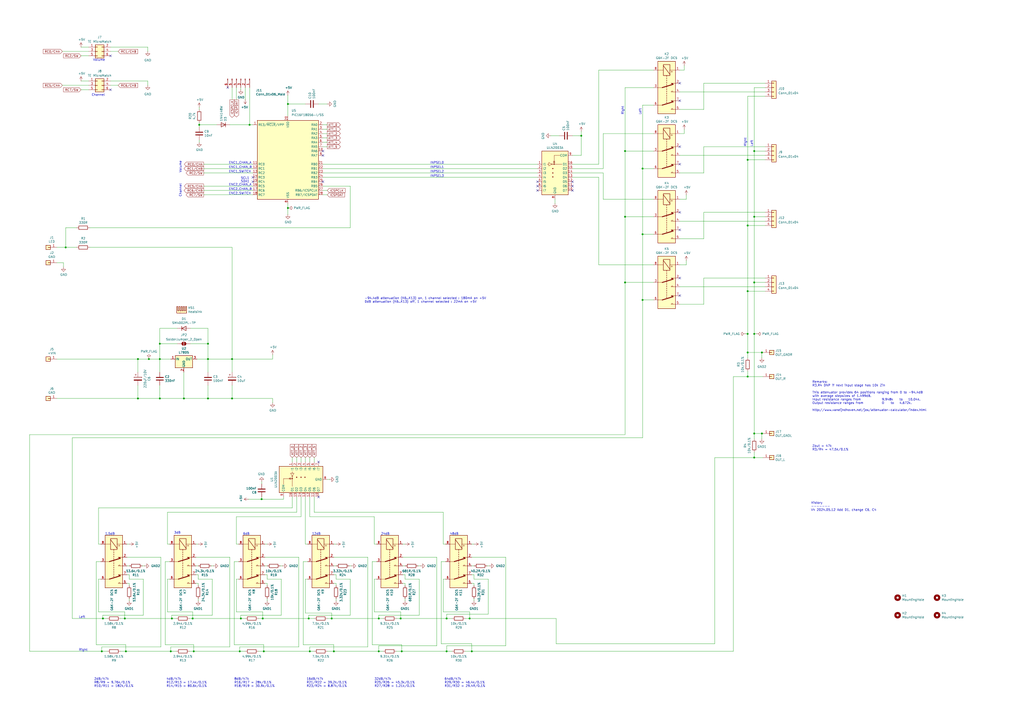
<source format=kicad_sch>
(kicad_sch (version 20231120) (generator "eeschema") (generator_version "8.0")
  (paper "A2")
  (title_block (title "Audio Input Selector with Attenuator V4 10k/47k") (date "2024-05-12") (rev "4") (comment 1 "https://github.com/schenkmi/electronic-projects"))
  (junction (at 437.515 87.63))
  (junction (at 437.515 125.73))
  (junction (at 433.705 218.44))
  (junction (at 86.36 208.28))
  (junction (at 433.705 193.675))
  (junction (at 139.7 358.775))
  (junction (at 92.71 199.39))
  (junction (at 120.65 231.14))
  (junction (at 167.005 60.325))
  (junction (at 153.035 377.825))
  (junction (at 144.78 72.39))
  (junction (at 139.065 377.825))
  (junction (at 437.515 265.43))
  (junction (at 151.765 289.56))
  (junction (at 112.395 377.825))
  (junction (at 372.745 173.99))
  (junction (at 232.41 358.775))
  (junction (at 179.07 358.775))
  (junction (at 362.585 163.83))
  (junction (at 59.055 377.825))
  (junction (at 72.39 358.775))
  (junction (at 259.08 358.775))
  (junction (at 259.08 377.825))
  (junction (at 437.515 163.83))
  (junction (at 433.705 92.71))
  (junction (at 152.4 358.775))
  (junction (at 99.06 377.825))
  (junction (at 80.01 208.28))
  (junction (at 134.62 208.28))
  (junction (at 120.65 208.28))
  (junction (at 441.96 204.47))
  (junction (at 80.01 231.14))
  (junction (at 92.71 231.14))
  (junction (at 433.705 204.47))
  (junction (at 167.005 120.65))
  (junction (at 362.585 87.63))
  (junction (at 99.695 358.775))
  (junction (at 219.71 377.825))
  (junction (at 193.675 377.825))
  (junction (at 111.76 358.775))
  (junction (at 134.62 231.14))
  (junction (at 272.415 358.775))
  (junction (at 73.025 377.825))
  (junction (at 192.405 358.775))
  (junction (at 433.705 130.81))
  (junction (at 362.585 125.73))
  (junction (at 38.1 143.51))
  (junction (at 92.71 208.28))
  (junction (at 441.96 251.46))
  (junction (at 372.745 97.79))
  (junction (at 437.515 251.46))
  (junction (at 372.745 135.89))
  (junction (at 233.045 377.825))
  (junction (at 59.69 358.775))
  (junction (at 179.705 377.825))
  (junction (at 337.185 78.74))
  (junction (at 115.57 72.39))
  (junction (at 219.71 358.775))
  (junction (at 273.685 377.825))
  (junction (at 106.68 231.14))
  (junction (at 437.515 193.675))
  (junction (at 433.705 168.91))
  (junction (at 120.65 199.39))
  (no_connect (at 311.785 107.95))
  (no_connect (at 187.325 87.63))
  (no_connect (at 187.325 90.17))
  (no_connect (at 394.335 133.35))
  (no_connect (at 394.335 171.45))
  (no_connect (at 64.135 32.385))
  (no_connect (at 332.105 107.95))
  (no_connect (at 64.135 52.07))
  (no_connect (at 394.335 48.26))
  (no_connect (at 187.325 105.41))
  (no_connect (at 184.785 288.29))
  (no_connect (at 394.335 58.42))
  (no_connect (at 146.685 105.41))
  (no_connect (at 146.685 102.87))
  (no_connect (at 311.785 110.49))
  (no_connect (at 332.105 110.49))
  (no_connect (at 394.335 85.09))
  (no_connect (at 394.335 95.25))
  (no_connect (at 332.105 105.41))
  (no_connect (at 394.335 161.29))
  (no_connect (at 184.785 267.97))
  (no_connect (at 311.785 105.41))
  (no_connect (at 394.335 123.19))
  (no_connect (at 132.08 50.8))
  (wire (pts (xy 73.66 328.295) (xy 74.93 328.295)))
  (wire (pts (xy 72.39 358.775) (xy 99.695 358.775)))
  (wire (pts (xy 72.39 354.965) (xy 72.39 358.775)))
  (wire (pts (xy 59.69 358.775) (xy 62.23 358.775)))
  (wire (pts (xy 179.705 265.43) (xy 179.705 267.97)))
  (wire (pts (xy 218.44 315.595) (xy 217.17 315.595)))
  (wire (pts (xy 189.865 377.825) (xy 193.675 377.825)))
  (wire (pts (xy 187.325 102.87) (xy 311.785 102.87)))
  (wire (pts (xy 433.705 204.47) (xy 441.96 204.47)))
  (wire (pts (xy 139.065 375.285) (xy 139.065 377.825)))
  (wire (pts (xy 153.67 333.375) (xy 154.94 333.375)))
  (wire (pts (xy 433.705 218.44) (xy 442.595 218.44)))
  (wire (pts (xy 396.875 77.47) (xy 396.875 74.93)))
  (wire (pts (xy 253.365 374.65) (xy 219.71 374.65)))
  (wire (pts (xy 172.085 265.43) (xy 172.085 267.97)))
  (wire (pts (xy 177.165 60.325) (xy 167.005 60.325)))
  (wire (pts (xy 408.305 100.33) (xy 394.335 100.33)))
  (wire (pts (xy 362.585 125.73) (xy 362.585 87.63)))
  (wire (pts (xy 154.94 335.915) (xy 163.195 335.915)))
  (wire (pts (xy 213.36 323.215) (xy 213.36 375.285)))
  (wire (pts (xy 139.065 377.825) (xy 142.24 377.825)))
  (wire (pts (xy 433.705 55.88) (xy 433.705 92.71)))
  (wire (pts (xy 102.87 199.39) (xy 92.71 199.39)))
  (wire (pts (xy 322.58 373.38) (xy 414.655 373.38)))
  (wire (pts (xy 55.88 325.755) (xy 55.88 374.015)))
  (wire (pts (xy 97.155 354.965) (xy 111.76 354.965)))
  (wire (pts (xy 437.515 193.675) (xy 437.515 251.46)))
  (wire (pts (xy 57.15 315.595) (xy 57.15 294.64)))
  (wire (pts (xy 85.725 27.305) (xy 85.725 29.845)))
  (wire (pts (xy 38.1 132.08) (xy 38.1 143.51)))
  (wire (pts (xy 73.025 374.015) (xy 73.025 377.825)))
  (wire (pts (xy 203.2 107.95) (xy 203.2 132.08)))
  (wire (pts (xy 149.86 358.775) (xy 152.4 358.775)))
  (wire (pts (xy 432.435 193.675) (xy 433.705 193.675)))
  (wire (pts (xy 110.49 190.5) (xy 120.65 190.5)))
  (wire (pts (xy 139.7 356.87) (xy 139.7 358.775)))
  (wire (pts (xy 122.555 328.295) (xy 123.825 328.295)))
  (wire (pts (xy 179.07 356.87) (xy 179.07 358.775)))
  (wire (pts (xy 217.17 315.595) (xy 217.17 299.72)))
  (wire (pts (xy 114.935 335.915) (xy 123.19 335.915)))
  (wire (pts (xy 120.65 199.39) (xy 120.65 208.28)))
  (wire (pts (xy 293.37 374.65) (xy 259.08 374.65)))
  (wire (pts (xy 106.68 231.14) (xy 92.71 231.14)))
  (wire (pts (xy 137.16 335.915) (xy 137.16 354.965)))
  (wire (pts (xy 273.685 373.38) (xy 273.685 377.825)))
  (wire (pts (xy 362.585 50.8) (xy 379.095 50.8)))
  (wire (pts (xy 134.62 231.14) (xy 120.65 231.14)))
  (wire (pts (xy 408.305 85.09) (xy 408.305 100.33)))
  (wire (pts (xy 257.175 335.915) (xy 257.175 354.965)))
  (wire (pts (xy 433.705 204.47) (xy 433.705 207.645)))
  (wire (pts (xy 274.955 347.345) (xy 274.955 348.615)))
  (wire (pts (xy 443.865 161.29) (xy 408.305 161.29)))
  (wire (pts (xy 189.865 358.775) (xy 192.405 358.775)))
  (wire (pts (xy 372.745 173.99) (xy 372.745 135.89)))
  (wire (pts (xy 133.35 72.39) (xy 144.78 72.39)))
  (wire (pts (xy 269.875 377.825) (xy 273.685 377.825)))
  (wire (pts (xy 59.055 375.285) (xy 59.055 377.825)))
  (wire (pts (xy 332.105 95.25) (xy 347.345 95.25)))
  (wire (pts (xy 55.88 374.015) (xy 73.025 374.015)))
  (wire (pts (xy 169.545 265.43) (xy 169.545 267.97)))
  (wire (pts (xy 233.68 315.595) (xy 234.95 315.595)))
  (wire (pts (xy 93.345 375.285) (xy 59.055 375.285)))
  (wire (pts (xy 151.765 289.56) (xy 164.465 289.56)))
  (wire (pts (xy 95.885 374.015) (xy 112.395 374.015)))
  (wire (pts (xy 97.155 335.915) (xy 97.155 354.965)))
  (wire (pts (xy 118.11 110.49) (xy 146.685 110.49)))
  (wire (pts (xy 213.36 375.285) (xy 179.705 375.285)))
  (wire (pts (xy 92.71 215.9) (xy 92.71 208.28)))
  (wire (pts (xy 59.69 356.87) (xy 59.69 358.775)))
  (wire (pts (xy 97.155 315.595) (xy 98.425 315.595)))
  (wire (pts (xy 372.745 97.79) (xy 372.745 60.96)))
  (wire (pts (xy 332.105 90.17) (xy 337.185 90.17)))
  (wire (pts (xy 177.165 355.6) (xy 192.405 355.6)))
  (wire (pts (xy 408.305 138.43) (xy 394.335 138.43)))
  (wire (pts (xy 194.945 347.345) (xy 194.945 348.615)))
  (wire (pts (xy 425.45 218.44) (xy 425.45 377.825)))
  (wire (pts (xy 414.655 265.43) (xy 437.515 265.43)))
  (wire (pts (xy 74.93 335.915) (xy 83.185 335.915)))
  (wire (pts (xy 114.3 208.28) (xy 120.65 208.28)))
  (wire (pts (xy 179.705 299.72) (xy 179.705 288.29)))
  (wire (pts (xy 83.185 335.915) (xy 83.185 356.87)))
  (wire (pts (xy 272.415 358.775) (xy 322.58 358.775)))
  (wire (pts (xy 106.68 215.9) (xy 106.68 231.14)))
  (wire (pts (xy 134.62 143.51) (xy 134.62 208.28)))
  (wire (pts (xy 187.325 95.25) (xy 311.785 95.25)))
  (wire (pts (xy 178.435 315.595) (xy 177.165 315.595)))
  (wire (pts (xy 443.865 163.83) (xy 437.515 163.83)))
  (wire (pts (xy 219.71 377.825) (xy 222.25 377.825)))
  (wire (pts (xy 17.145 252.095) (xy 362.585 252.095)))
  (wire (pts (xy 194.945 335.915) (xy 203.2 335.915)))
  (wire (pts (xy 362.585 125.73) (xy 379.095 125.73)))
  (wire (pts (xy 273.685 315.595) (xy 274.955 315.595)))
  (wire (pts (xy 441.96 251.46) (xy 441.96 254.635)))
  (wire (pts (xy 114.935 339.725) (xy 114.935 338.455)))
  (wire (pts (xy 137.16 50.8) (xy 137.16 57.785)))
  (wire (pts (xy 73.66 333.375) (xy 74.93 333.375)))
  (wire (pts (xy 203.2 335.915) (xy 203.2 356.87)))
  (wire (pts (xy 257.175 315.595) (xy 257.175 297.18)))
  (wire (pts (xy 174.625 265.43) (xy 174.625 267.97)))
  (wire (pts (xy 138.43 325.755) (xy 135.89 325.755)))
  (wire (pts (xy 182.245 297.18) (xy 182.245 288.29)))
  (wire (pts (xy 92.71 208.28) (xy 99.06 208.28)))
  (wire (pts (xy 332.105 100.33) (xy 349.885 100.33)))
  (wire (pts (xy 38.1 143.51) (xy 44.45 143.51)))
  (wire (pts (xy 218.44 335.915) (xy 217.17 335.915)))
  (wire (pts (xy 219.71 358.775) (xy 222.25 358.775)))
  (wire (pts (xy 337.185 78.74) (xy 337.185 90.17)))
  (wire (pts (xy 154.94 339.725) (xy 154.94 338.455)))
  (wire (pts (xy 437.515 87.63) (xy 437.515 125.73)))
  (wire (pts (xy 174.625 299.72) (xy 137.16 299.72)))
  (wire (pts (xy 111.76 354.965) (xy 111.76 358.775)))
  (wire (pts (xy 234.95 333.375) (xy 234.95 335.915)))
  (wire (pts (xy 153.035 377.825) (xy 179.705 377.825)))
  (wire (pts (xy 218.44 325.755) (xy 215.9 325.755)))
  (wire (pts (xy 109.855 358.775) (xy 111.76 358.775)))
  (wire (pts (xy 152.4 358.775) (xy 179.07 358.775)))
  (wire (pts (xy 74.93 333.375) (xy 74.93 335.915)))
  (wire (pts (xy 233.68 328.295) (xy 234.95 328.295)))
  (wire (pts (xy 347.345 102.87) (xy 347.345 153.67)))
  (wire (pts (xy 46.99 32.385) (xy 51.435 32.385)))
  (wire (pts (xy 69.85 358.775) (xy 72.39 358.775)))
  (wire (pts (xy 169.545 294.64) (xy 169.545 288.29)))
  (wire (pts (xy 259.08 374.65) (xy 259.08 377.825)))
  (wire (pts (xy 164.465 288.29) (xy 164.465 289.56)))
  (wire (pts (xy 441.96 251.46) (xy 442.595 251.46)))
  (wire (pts (xy 41.91 254) (xy 372.745 254)))
  (wire (pts (xy 443.865 166.37) (xy 394.335 166.37)))
  (wire (pts (xy 177.165 265.43) (xy 177.165 267.97)))
  (wire (pts (xy 134.62 208.28) (xy 158.115 208.28)))
  (wire (pts (xy 123.19 356.87) (xy 99.695 356.87)))
  (wire (pts (xy 152.4 354.965) (xy 152.4 358.775)))
  (wire (pts (xy 414.655 373.38) (xy 414.655 265.43)))
  (wire (pts (xy 433.705 215.265) (xy 433.705 218.44)))
  (wire (pts (xy 437.515 50.8) (xy 437.515 87.63)))
  (wire (pts (xy 74.93 347.345) (xy 74.93 348.615)))
  (wire (pts (xy 112.395 374.015) (xy 112.395 377.825)))
  (wire (pts (xy 177.165 315.595) (xy 177.165 288.29)))
  (wire (pts (xy 144.78 50.8) (xy 144.78 72.39)))
  (wire (pts (xy 274.955 338.455) (xy 273.685 338.455)))
  (wire (pts (xy 182.245 265.43) (xy 182.245 267.97)))
  (wire (pts (xy 123.19 335.915) (xy 123.19 356.87)))
  (wire (pts (xy 113.665 333.375) (xy 114.935 333.375)))
  (wire (pts (xy 202.565 328.295) (xy 203.835 328.295)))
  (wire (pts (xy 187.325 82.55) (xy 189.865 82.55)))
  (wire (pts (xy 135.89 374.015) (xy 153.035 374.015)))
  (wire (pts (xy 153.67 315.595) (xy 154.94 315.595)))
  (wire (pts (xy 437.515 193.675) (xy 438.785 193.675)))
  (wire (pts (xy 349.885 115.57) (xy 379.095 115.57)))
  (wire (pts (xy 134.62 223.52) (xy 134.62 231.14)))
  (wire (pts (xy 69.85 377.825) (xy 73.025 377.825)))
  (wire (pts (xy 92.71 208.28) (xy 86.36 208.28)))
  (wire (pts (xy 443.865 48.26) (xy 408.305 48.26)))
  (wire (pts (xy 192.405 358.775) (xy 219.71 358.775)))
  (wire (pts (xy 73.025 377.825) (xy 99.06 377.825)))
  (wire (pts (xy 192.405 355.6) (xy 192.405 358.775)))
  (wire (pts (xy 64.135 49.53) (xy 68.58 49.53)))
  (wire (pts (xy 234.95 347.345) (xy 234.95 348.615)))
  (wire (pts (xy 274.955 333.375) (xy 274.955 335.915)))
  (wire (pts (xy 133.35 323.215) (xy 133.35 375.285)))
  (wire (pts (xy 153.67 323.215) (xy 173.355 323.215)))
  (wire (pts (xy 193.675 374.015) (xy 193.675 377.825)))
  (wire (pts (xy 379.095 173.99) (xy 372.745 173.99)))
  (wire (pts (xy 193.675 315.595) (xy 194.945 315.595)))
  (wire (pts (xy 142.24 50.8) (xy 142.24 57.785)))
  (wire (pts (xy 59.055 377.825) (xy 62.23 377.825)))
  (wire (pts (xy 73.66 323.215) (xy 93.345 323.215)))
  (wire (pts (xy 437.515 262.255) (xy 437.515 265.43)))
  (wire (pts (xy 193.675 323.215) (xy 213.36 323.215)))
  (wire (pts (xy 203.2 356.87) (xy 179.07 356.87)))
  (wire (pts (xy 118.11 100.33) (xy 146.685 100.33)))
  (wire (pts (xy 163.195 356.87) (xy 139.7 356.87)))
  (wire (pts (xy 372.745 254) (xy 372.745 173.99)))
  (wire (pts (xy 258.445 325.755) (xy 255.905 325.755)))
  (wire (pts (xy 332.105 78.74) (xy 337.185 78.74)))
  (wire (pts (xy 149.86 377.825) (xy 153.035 377.825)))
  (wire (pts (xy 349.885 97.79) (xy 349.885 77.47)))
  (wire (pts (xy 441.96 204.47) (xy 442.595 204.47)))
  (wire (pts (xy 80.01 215.9) (xy 80.01 208.28)))
  (wire (pts (xy 229.87 358.775) (xy 232.41 358.775)))
  (wire (pts (xy 99.695 356.87) (xy 99.695 358.775)))
  (wire (pts (xy 187.325 85.09) (xy 189.865 85.09)))
  (wire (pts (xy 154.94 347.345) (xy 154.94 348.615)))
  (wire (pts (xy 95.885 325.755) (xy 95.885 374.015)))
  (wire (pts (xy 394.335 77.47) (xy 396.875 77.47)))
  (wire (pts (xy 219.71 374.65) (xy 219.71 377.825)))
  (wire (pts (xy 167.005 55.245) (xy 167.005 60.325)))
  (wire (pts (xy 74.93 339.725) (xy 74.93 338.455)))
  (wire (pts (xy 433.705 130.81) (xy 433.705 168.91)))
  (wire (pts (xy 273.685 333.375) (xy 274.955 333.375)))
  (wire (pts (xy 193.675 328.295) (xy 194.945 328.295)))
  (wire (pts (xy 187.325 80.01) (xy 189.865 80.01)))
  (wire (pts (xy 109.855 377.825) (xy 112.395 377.825)))
  (wire (pts (xy 58.42 335.915) (xy 57.15 335.915)))
  (wire (pts (xy 33.02 143.51) (xy 38.1 143.51)))
  (wire (pts (xy 57.15 354.965) (xy 72.39 354.965)))
  (wire (pts (xy 257.175 354.965) (xy 272.415 354.965)))
  (wire (pts (xy 269.875 358.775) (xy 272.415 358.775)))
  (wire (pts (xy 115.57 72.39) (xy 115.57 71.12)))
  (wire (pts (xy 408.305 63.5) (xy 394.335 63.5)))
  (wire (pts (xy 443.865 128.27) (xy 394.335 128.27)))
  (wire (pts (xy 134.62 215.9) (xy 134.62 208.28)))
  (wire (pts (xy 443.865 130.81) (xy 433.705 130.81)))
  (wire (pts (xy 133.35 375.285) (xy 99.06 375.285)))
  (wire (pts (xy 273.685 377.825) (xy 425.45 377.825)))
  (wire (pts (xy 167.005 124.46) (xy 167.005 120.65)))
  (wire (pts (xy 187.325 72.39) (xy 189.865 72.39)))
  (wire (pts (xy 362.585 163.83) (xy 362.585 252.095)))
  (wire (pts (xy 134.62 208.28) (xy 120.65 208.28)))
  (wire (pts (xy 36.83 154.94) (xy 36.83 152.4)))
  (wire (pts (xy 139.7 358.775) (xy 142.24 358.775)))
  (wire (pts (xy 175.895 325.755) (xy 175.895 374.015)))
  (wire (pts (xy 272.415 354.965) (xy 272.415 358.775)))
  (wire (pts (xy 144.78 72.39) (xy 146.685 72.39)))
  (wire (pts (xy 41.91 358.775) (xy 41.91 254)))
  (wire (pts (xy 64.135 46.99) (xy 85.725 46.99)))
  (wire (pts (xy 163.195 335.915) (xy 163.195 356.87)))
  (wire (pts (xy 408.305 176.53) (xy 394.335 176.53)))
  (wire (pts (xy 408.305 161.29) (xy 408.305 176.53)))
  (wire (pts (xy 92.71 223.52) (xy 92.71 231.14)))
  (wire (pts (xy 98.425 325.755) (xy 95.885 325.755)))
  (wire (pts (xy 398.145 115.57) (xy 398.145 113.03)))
  (wire (pts (xy 332.105 97.79) (xy 349.885 97.79)))
  (wire (pts (xy 433.705 92.71) (xy 443.865 92.71)))
  (wire (pts (xy 243.205 356.87) (xy 219.71 356.87)))
  (wire (pts (xy 283.21 335.915) (xy 283.21 356.235)))
  (wire (pts (xy 362.585 87.63) (xy 362.585 50.8)))
  (wire (pts (xy 408.305 48.26) (xy 408.305 63.5)))
  (wire (pts (xy 120.65 190.5) (xy 120.65 199.39)))
  (wire (pts (xy 158.115 233.68) (xy 158.115 231.14)))
  (wire (pts (xy 112.395 377.825) (xy 139.065 377.825)))
  (wire (pts (xy 219.71 356.87) (xy 219.71 358.775)))
  (wire (pts (xy 332.105 102.87) (xy 347.345 102.87)))
  (wire (pts (xy 362.585 163.83) (xy 362.585 125.73)))
  (wire (pts (xy 425.45 218.44) (xy 433.705 218.44)))
  (wire (pts (xy 86.36 208.28) (xy 80.01 208.28)))
  (wire (pts (xy 232.41 358.775) (xy 259.08 358.775)))
  (wire (pts (xy 394.335 40.64) (xy 396.875 40.64)))
  (wire (pts (xy 83.185 356.87) (xy 59.69 356.87)))
  (wire (pts (xy 259.08 356.235) (xy 259.08 358.775)))
  (wire (pts (xy 437.515 87.63) (xy 443.865 87.63)))
  (wire (pts (xy 187.325 100.33) (xy 311.785 100.33)))
  (wire (pts (xy 134.62 231.14) (xy 158.115 231.14)))
  (wire (pts (xy 154.94 338.455) (xy 153.67 338.455)))
  (wire (pts (xy 379.095 163.83) (xy 362.585 163.83)))
  (wire (pts (xy 215.9 325.755) (xy 215.9 374.015)))
  (wire (pts (xy 114.935 333.375) (xy 114.935 335.915)))
  (wire (pts (xy 347.345 153.67) (xy 379.095 153.67)))
  (wire (pts (xy 255.905 325.755) (xy 255.905 373.38)))
  (wire (pts (xy 52.07 143.51) (xy 134.62 143.51)))
  (wire (pts (xy 187.325 97.79) (xy 311.785 97.79)))
  (wire (pts (xy 321.945 118.11) (xy 321.945 115.57)))
  (wire (pts (xy 187.325 113.03) (xy 189.865 113.03)))
  (wire (pts (xy 17.145 377.825) (xy 59.055 377.825)))
  (wire (pts (xy 137.16 354.965) (xy 152.4 354.965)))
  (wire (pts (xy 114.935 347.345) (xy 114.935 348.615)))
  (wire (pts (xy 167.005 120.65) (xy 167.005 118.11)))
  (wire (pts (xy 99.06 375.285) (xy 99.06 377.825)))
  (wire (pts (xy 175.895 374.015) (xy 193.675 374.015)))
  (wire (pts (xy 178.435 335.915) (xy 177.165 335.915)))
  (wire (pts (xy 57.15 294.64) (xy 169.545 294.64)))
  (wire (pts (xy 293.37 323.215) (xy 293.37 374.65)))
  (wire (pts (xy 283.21 356.235) (xy 259.08 356.235)))
  (wire (pts (xy 172.085 297.18) (xy 97.155 297.18)))
  (wire (pts (xy 184.785 60.325) (xy 189.865 60.325)))
  (wire (pts (xy 82.55 328.295) (xy 83.82 328.295)))
  (wire (pts (xy 46.99 46.99) (xy 51.435 46.99)))
  (wire (pts (xy 92.71 190.5) (xy 92.71 199.39)))
  (wire (pts (xy 234.95 339.725) (xy 234.95 338.455)))
  (wire (pts (xy 154.94 333.375) (xy 154.94 335.915)))
  (wire (pts (xy 372.745 135.89) (xy 372.745 97.79)))
  (wire (pts (xy 394.335 53.34) (xy 443.865 53.34)))
  (wire (pts (xy 179.07 358.775) (xy 182.245 358.775)))
  (wire (pts (xy 111.76 358.775) (xy 139.7 358.775)))
  (wire (pts (xy 187.325 107.95) (xy 203.2 107.95)))
  (wire (pts (xy 17.145 252.095) (xy 17.145 377.825)))
  (wire (pts (xy 259.08 377.825) (xy 262.255 377.825)))
  (wire (pts (xy 179.705 375.285) (xy 179.705 377.825)))
  (wire (pts (xy 319.405 78.74) (xy 324.485 78.74)))
  (wire (pts (xy 194.945 339.725) (xy 194.945 338.455)))
  (wire (pts (xy 137.16 299.72) (xy 137.16 315.595)))
  (wire (pts (xy 232.41 354.965) (xy 232.41 358.775)))
  (wire (pts (xy 394.335 115.57) (xy 398.145 115.57)))
  (wire (pts (xy 114.935 338.455) (xy 113.665 338.455)))
  (wire (pts (xy 233.68 333.375) (xy 234.95 333.375)))
  (wire (pts (xy 120.65 231.14) (xy 106.68 231.14)))
  (wire (pts (xy 233.045 374.015) (xy 233.045 377.825)))
  (wire (pts (xy 125.73 72.39) (xy 115.57 72.39)))
  (wire (pts (xy 113.665 323.215) (xy 133.35 323.215)))
  (wire (pts (xy 58.42 315.595) (xy 57.15 315.595)))
  (wire (pts (xy 243.205 335.915) (xy 243.205 356.87)))
  (wire (pts (xy 120.65 215.9) (xy 120.65 208.28)))
  (wire (pts (xy 437.515 251.46) (xy 437.515 254.635)))
  (wire (pts (xy 189.865 278.13) (xy 191.135 278.13)))
  (wire (pts (xy 74.93 338.455) (xy 73.66 338.455)))
  (wire (pts (xy 437.515 163.83) (xy 437.515 193.675)))
  (wire (pts (xy 217.17 354.965) (xy 232.41 354.965)))
  (wire (pts (xy 322.58 358.775) (xy 322.58 373.38)))
  (wire (pts (xy 151.765 279.4) (xy 151.765 280.67)))
  (wire (pts (xy 118.11 95.25) (xy 146.685 95.25)))
  (wire (pts (xy 115.57 73.66) (xy 115.57 72.39)))
  (wire (pts (xy 233.045 377.825) (xy 259.08 377.825)))
  (wire (pts (xy 118.11 97.79) (xy 146.685 97.79)))
  (wire (pts (xy 102.87 190.5) (xy 92.71 190.5)))
  (wire (pts (xy 372.745 60.96) (xy 379.095 60.96)))
  (wire (pts (xy 151.765 288.29) (xy 151.765 289.56)))
  (wire (pts (xy 233.68 323.215) (xy 253.365 323.215)))
  (wire (pts (xy 362.585 87.63) (xy 379.095 87.63)))
  (wire (pts (xy 408.305 123.19) (xy 408.305 138.43)))
  (wire (pts (xy 187.325 110.49) (xy 189.865 110.49)))
  (wire (pts (xy 433.705 168.91) (xy 433.705 193.675)))
  (wire (pts (xy 441.96 204.47) (xy 441.96 207.645)))
  (wire (pts (xy 347.345 40.64) (xy 347.345 95.25)))
  (wire (pts (xy 92.71 199.39) (xy 92.71 208.28)))
  (wire (pts (xy 172.085 288.29) (xy 172.085 297.18)))
  (wire (pts (xy 242.57 328.295) (xy 243.84 328.295)))
  (wire (pts (xy 64.135 27.305) (xy 85.725 27.305)))
  (wire (pts (xy 349.885 77.47) (xy 379.095 77.47)))
  (wire (pts (xy 398.145 153.67) (xy 398.145 151.13)))
  (wire (pts (xy 255.905 373.38) (xy 273.685 373.38)))
  (wire (pts (xy 187.325 74.93) (xy 189.865 74.93)))
  (wire (pts (xy 93.345 323.215) (xy 93.345 375.285)))
  (wire (pts (xy 174.625 288.29) (xy 174.625 299.72)))
  (wire (pts (xy 115.57 82.55) (xy 115.57 81.28)))
  (wire (pts (xy 217.17 299.72) (xy 179.705 299.72)))
  (wire (pts (xy 273.685 323.215) (xy 293.37 323.215)))
  (wire (pts (xy 144.145 289.56) (xy 151.765 289.56)))
  (wire (pts (xy 433.705 55.88) (xy 443.865 55.88)))
  (wire (pts (xy 110.49 199.39) (xy 120.65 199.39)))
  (wire (pts (xy 158.115 205.74) (xy 158.115 208.28)))
  (wire (pts (xy 58.42 325.755) (xy 55.88 325.755)))
  (wire (pts (xy 57.15 335.915) (xy 57.15 354.965)))
  (wire (pts (xy 337.185 76.2) (xy 337.185 78.74)))
  (wire (pts (xy 33.02 231.14) (xy 80.01 231.14)))
  (wire (pts (xy 173.355 375.285) (xy 139.065 375.285)))
  (wire (pts (xy 234.95 335.915) (xy 243.205 335.915)))
  (wire (pts (xy 258.445 335.915) (xy 257.175 335.915)))
  (wire (pts (xy 443.865 85.09) (xy 408.305 85.09)))
  (wire (pts (xy 177.165 335.915) (xy 177.165 355.6)))
  (wire (pts (xy 396.875 40.64) (xy 396.875 38.1)))
  (wire (pts (xy 433.705 168.91) (xy 443.865 168.91)))
  (wire (pts (xy 137.16 315.595) (xy 138.43 315.595)))
  (wire (pts (xy 118.11 113.03) (xy 146.685 113.03)))
  (wire (pts (xy 113.665 315.595) (xy 114.935 315.595)))
  (wire (pts (xy 73.66 315.595) (xy 74.93 315.595)))
  (wire (pts (xy 347.345 40.64) (xy 379.095 40.64)))
  (wire (pts (xy 234.95 338.455) (xy 233.68 338.455)))
  (wire (pts (xy 179.705 377.825) (xy 182.245 377.825)))
  (wire (pts (xy 372.745 135.89) (xy 379.095 135.89)))
  (wire (pts (xy 173.355 323.215) (xy 173.355 375.285)))
  (wire (pts (xy 194.945 333.375) (xy 194.945 335.915)))
  (wire (pts (xy 99.06 377.825) (xy 102.235 377.825)))
  (wire (pts (xy 433.705 92.71) (xy 433.705 130.81)))
  (wire (pts (xy 92.71 231.14) (xy 80.01 231.14)))
  (wire (pts (xy 36.195 49.53) (xy 51.435 49.53)))
  (wire (pts (xy 138.43 335.915) (xy 137.16 335.915)))
  (wire (pts (xy 52.07 132.08) (xy 203.2 132.08)))
  (wire (pts (xy 178.435 325.755) (xy 175.895 325.755)))
  (wire (pts (xy 98.425 335.915) (xy 97.155 335.915)))
  (wire (pts (xy 36.195 29.845) (xy 51.435 29.845)))
  (wire (pts (xy 437.515 251.46) (xy 441.96 251.46)))
  (wire (pts (xy 99.695 358.775) (xy 102.235 358.775)))
  (wire (pts (xy 372.745 97.79) (xy 379.095 97.79)))
  (wire (pts (xy 36.83 152.4) (xy 33.02 152.4)))
  (wire (pts (xy 118.11 107.95) (xy 146.685 107.95)))
  (wire (pts (xy 259.08 358.775) (xy 262.255 358.775)))
  (wire (pts (xy 120.65 223.52) (xy 120.65 231.14)))
  (wire (pts (xy 113.665 328.295) (xy 114.935 328.295)))
  (wire (pts (xy 153.67 328.295) (xy 154.94 328.295)))
  (wire (pts (xy 97.155 297.18) (xy 97.155 315.595)))
  (wire (pts (xy 433.705 193.675) (xy 433.705 204.47)))
  (wire (pts (xy 253.365 323.215) (xy 253.365 374.65)))
  (wire (pts (xy 273.685 328.295) (xy 274.955 328.295)))
  (wire (pts (xy 167.005 60.325) (xy 167.005 67.31)))
  (wire (pts (xy 443.865 123.19) (xy 408.305 123.19)))
  (wire (pts (xy 194.945 338.455) (xy 193.675 338.455)))
  (wire (pts (xy 217.17 335.915) (xy 217.17 354.965)))
  (wire (pts (xy 85.725 46.99) (xy 85.725 49.53)))
  (wire (pts (xy 44.45 132.08) (xy 38.1 132.08)))
  (wire (pts (xy 437.515 125.73) (xy 437.515 163.83)))
  (wire (pts (xy 41.91 358.775) (xy 59.69 358.775)))
  (wire (pts (xy 187.325 77.47) (xy 189.865 77.47)))
  (wire (pts (xy 394.335 153.67) (xy 398.145 153.67)))
  (wire (pts (xy 443.865 50.8) (xy 437.515 50.8)))
  (wire (pts (xy 437.515 265.43) (xy 442.595 265.43)))
  (wire (pts (xy 349.885 100.33) (xy 349.885 115.57)))
  (wire (pts (xy 162.56 328.295) (xy 163.83 328.295)))
  (wire (pts (xy 274.955 339.725) (xy 274.955 338.455)))
  (wire (pts (xy 135.89 325.755) (xy 135.89 374.015)))
  (wire (pts (xy 193.675 377.825) (xy 219.71 377.825)))
  (wire (pts (xy 443.865 90.17) (xy 394.335 90.17)))
  (wire (pts (xy 115.57 63.5) (xy 115.57 62.23)))
  (wire (pts (xy 282.575 328.295) (xy 283.845 328.295)))
  (wire (pts (xy 437.515 125.73) (xy 443.865 125.73)))
  (wire (pts (xy 257.175 297.18) (xy 182.245 297.18)))
  (wire (pts (xy 215.9 374.015) (xy 233.045 374.015)))
  (wire (pts (xy 193.675 333.375) (xy 194.945 333.375)))
  (wire (pts (xy 80.01 231.14) (xy 80.01 223.52)))
  (wire (pts (xy 33.02 208.28) (xy 80.01 208.28)))
  (wire (pts (xy 64.135 29.845) (xy 68.58 29.845)))
  (wire (pts (xy 46.99 52.07) (xy 51.435 52.07)))
  (wire (pts (xy 153.035 374.015) (xy 153.035 377.825)))
  (wire (pts (xy 229.87 377.825) (xy 233.045 377.825)))
  (wire (pts (xy 258.445 315.595) (xy 257.175 315.595)))
  (wire (pts (xy 46.99 27.305) (xy 51.435 27.305)))
  (wire (pts (xy 134.62 50.8) (xy 134.62 57.785)))
  (wire (pts (xy 139.7 50.8) (xy 139.7 52.07)))
  (wire (pts (xy 274.955 335.915) (xy 283.21 335.915)))
  (text "Right" (at 45.72 377.825 0) (effects (font (size 1.27 1.27)) (justify left bottom)))
  (text "6dB" (at 140.97 310.515 0) (effects (font (size 1.27 1.27)) (justify left bottom)))
  (text "24dB" (at 220.98 310.515 0) (effects (font (size 1.27 1.27)) (justify left bottom)))
  (text "32dB/47k\nR25/R26 = 45.3k/0.1%\nR27/R28 = 1.21k/0.1%" (at 217.17 398.78 0) (effects (font (size 1.27 1.27)) (justify left bottom)))
  (text "INPSEL3" (at 249.555 102.87 0) (effects (font (size 1.27 1.27)) (justify left bottom)))
  (text "SCL1" (at 139.7 104.14 0) (effects (font (size 1.27 1.27)) (justify left bottom)))
  (text "History\n-------\nV4 2024.05.12 Add D1, change C6, C4" (at 470.408 293.878 0) (effects (font (size 1.27 1.27)) (justify left)))
  (text "ENC2_CHAN_A" (at 132.715 107.95 0) (effects (font (size 1.27 1.27)) (justify left bottom)))
  (text "Channel" (at 105.41 114.3 90) (effects (font (size 1.27 1.27)) (justify left bottom)))
  (text "8dB/47k\nR16/R17 = 28k/0.1%\nR18/R19 = 30.9k/0.1%" (at 135.89 398.78 0) (effects (font (size 1.27 1.27)) (justify left bottom)))
  (text "Left" (at 372.11 66.675 90) (effects (font (size 1.27 1.27)) (justify left bottom)))
  (text "3dB" (at 100.965 309.88 0) (effects (font (size 1.27 1.27)) (justify left bottom)))
  (text "ENC2_SWITCH" (at 132.715 113.03 0) (effects (font (size 1.27 1.27)) (justify left bottom)))
  (text "12dB" (at 180.975 310.515 0) (effects (font (size 1.27 1.27)) (justify left bottom)))
  (text "ENC1_SWITCH" (at 132.715 100.33 0) (effects (font (size 1.27 1.27)) (justify left bottom)))
  (text "SDA1" (at 139.7 106.045 0) (effects (font (size 1.27 1.27)) (justify left bottom)))
  (text "INPSEL0" (at 249.555 95.25 0) (effects (font (size 1.27 1.27)) (justify left bottom)))
  (text "ENC1_CHAN_A" (at 132.715 95.25 0) (effects (font (size 1.27 1.27)) (justify left bottom)))
  (text "2dB/47k\nR8/R9 = 9.76k/0.1%\nR10/R11 = 182k/0.1%" (at 54.61 398.78 0) (effects (font (size 1.27 1.27)) (justify left bottom)))
  (text "Right" (at 361.95 66.675 90) (effects (font (size 1.27 1.27)) (justify left bottom)))
  (text "16dB/47k\nR21/R22 = 39.2k/0.1%\nR23/R24 = 8.87k/0.1%" (at 177.8 398.78 0) (effects (font (size 1.27 1.27)) (justify left bottom)))
  (text "4dB/47k\nR12/R13 = 17.4k/0.1%\nR14/R15 = 80.6k/0.1%" (at 96.52 398.78 0) (effects (font (size 1.27 1.27)) (justify left bottom)))
  (text "64dB/47k\nR29/R30 = 46.4k/0.1%\nR31/R32 = 29.4R/0.1%" (at 257.81 398.78 0) (effects (font (size 1.27 1.27)) (justify left bottom)))
  (text "Remarks:\nR3,R4 DNP if next input stage has 10k Zin\n\nThis attenuator provides 64 positions ranging from 0 to -94.4dB\nwith average stepsizes of 1.499dB.\nInput resistance ranges from	9.948k	to	10.04k.\nOutput resistance ranges from	0	to	4.672k.\n\nhttp://www.vaneijndhoven.net/jos/attenuator-calculator/index.html\n" (at 471.17 238.76 0) (effects (font (size 1.27 1.27)) (justify left bottom)))
  (text "Right" (at 433.07 85.09 90) (effects (font (size 1.27 1.27)) (justify left bottom)))
  (text "Left" (at 436.88 85.09 90) (effects (font (size 1.27 1.27)) (justify left bottom)))
  (text "1.5dB" (at 60.96 310.515 0) (effects (font (size 1.27 1.27)) (justify left bottom)))
  (text "Left" (at 45.72 358.775 0) (effects (font (size 1.27 1.27)) (justify left bottom)))
  (text "Channel" (at 60.96 55.88 0) (effects (font (size 1.27 1.27)) (justify right bottom)))
  (text "ENC1_CHAN_B" (at 132.715 97.79 0) (effects (font (size 1.27 1.27)) (justify left bottom)))
  (text "48dB" (at 260.985 310.515 0) (effects (font (size 1.27 1.27)) (justify left bottom)))
  (text "Volume" (at 60.96 35.56 0) (effects (font (size 1.27 1.27)) (justify right bottom)))
  (text "-94.4dB attenuation (K6..K13) on, 1 channel selected : 180mA on +5V\n0dB attenuation (K6..K13) off, 1 channel selected : 22mA on +5V" (at 211.455 175.895 0) (effects (font (size 1.27 1.27)) (justify left bottom)))
  (text "ENC2_CHAN_B" (at 132.715 110.49 0) (effects (font (size 1.27 1.27)) (justify left bottom)))
  (text "INPSEL1" (at 249.555 97.79 0) (effects (font (size 1.27 1.27)) (justify left bottom)))
  (text "Volume" (at 105.41 100.33 90) (effects (font (size 1.27 1.27)) (justify left bottom)))
  (text "INPSEL2" (at 249.555 100.33 0) (effects (font (size 1.27 1.27)) (justify left bottom)))
  (text "Zout = 47k\nR3/R4 = 47.5k/0.1%" (at 471.17 261.62 0) (effects (font (size 1.27 1.27)) (justify left bottom)))
  (global_label "ATT_2" (shape input) (at 174.625 265.43 90) (property "Intersheetrefs" "${INTERSHEET_REFS}" (effects (hide yes))))
  (global_label "ATT_1" (shape input) (at 172.085 265.43 90) (property "Intersheetrefs" "${INTERSHEET_REFS}" (effects (hide yes))))
  (global_label "ICSPDAT" (shape output) (at 137.16 57.785 270) (property "Intersheetrefs" "${INTERSHEET_REFS}" (effects (hide yes))))
  (global_label "RC0{slash}CHA" (shape input) (at 36.195 29.845 180) (property "Intersheetrefs" "${INTERSHEET_REFS}" (effects (hide yes))))
  (global_label "RC2{slash}SW" (shape output) (at 118.11 100.33 180) (property "Intersheetrefs" "${INTERSHEET_REFS}" (effects (hide yes))))
  (global_label "ATT_0" (shape output) (at 189.865 72.39 0) (property "Intersheetrefs" "${INTERSHEET_REFS}" (effects (hide yes))))
  (global_label "RC7{slash}SW" (shape input) (at 46.99 52.07 180) (property "Intersheetrefs" "${INTERSHEET_REFS}" (effects (hide yes))))
  (global_label "ATT_3" (shape output) (at 189.865 80.01 0) (property "Intersheetrefs" "${INTERSHEET_REFS}" (effects (hide yes))))
  (global_label "RC6{slash}CHB" (shape input) (at 68.58 49.53 0) (property "Intersheetrefs" "${INTERSHEET_REFS}" (effects (hide yes))))
  (global_label "RC7{slash}SW" (shape output) (at 118.11 113.03 180) (property "Intersheetrefs" "${INTERSHEET_REFS}" (effects (hide yes))))
  (global_label "RC6{slash}CHB" (shape output) (at 118.11 110.49 180) (property "Intersheetrefs" "${INTERSHEET_REFS}" (effects (hide yes))))
  (global_label "RC5{slash}CHA" (shape input) (at 36.195 49.53 180) (property "Intersheetrefs" "${INTERSHEET_REFS}" (effects (hide yes))))
  (global_label "ATT_5" (shape output) (at 189.865 85.09 0) (property "Intersheetrefs" "${INTERSHEET_REFS}" (effects (hide yes))))
  (global_label "RC0{slash}CHA" (shape output) (at 118.11 95.25 180) (property "Intersheetrefs" "${INTERSHEET_REFS}" (effects (hide yes))))
  (global_label "ATT_0" (shape input) (at 169.545 265.43 90) (property "Intersheetrefs" "${INTERSHEET_REFS}" (effects (hide yes))))
  (global_label "ICSPDAT" (shape input) (at 189.865 113.03 0) (property "Intersheetrefs" "${INTERSHEET_REFS}" (effects (hide yes))))
  (global_label "ATT_5" (shape input) (at 182.245 265.43 90) (property "Intersheetrefs" "${INTERSHEET_REFS}" (effects (hide yes))))
  (global_label "ICSPCLK" (shape input) (at 189.865 110.49 0) (property "Intersheetrefs" "${INTERSHEET_REFS}" (effects (hide yes))))
  (global_label "ATT_4" (shape output) (at 189.865 82.55 0) (property "Intersheetrefs" "${INTERSHEET_REFS}" (effects (hide yes))))
  (global_label "RC2{slash}SW" (shape input) (at 46.99 32.385 180) (property "Intersheetrefs" "${INTERSHEET_REFS}" (effects (hide yes))))
  (global_label "ATT_1" (shape output) (at 189.865 74.93 0) (property "Intersheetrefs" "${INTERSHEET_REFS}" (effects (hide yes))))
  (global_label "RC1{slash}CHB" (shape input) (at 68.58 29.845 0) (property "Intersheetrefs" "${INTERSHEET_REFS}" (effects (hide yes))))
  (global_label "ATT_2" (shape output) (at 189.865 77.47 0) (property "Intersheetrefs" "${INTERSHEET_REFS}" (effects (hide yes))))
  (global_label "RC5{slash}CHA" (shape output) (at 118.11 107.95 180) (property "Intersheetrefs" "${INTERSHEET_REFS}" (effects (hide yes))))
  (global_label "ICSPCLK" (shape output) (at 134.62 57.785 270) (property "Intersheetrefs" "${INTERSHEET_REFS}" (effects (hide yes))))
  (global_label "ATT_3" (shape input) (at 177.165 265.43 90) (property "Intersheetrefs" "${INTERSHEET_REFS}" (effects (hide yes))))
  (global_label "RC1{slash}CHB" (shape output) (at 118.11 97.79 180) (property "Intersheetrefs" "${INTERSHEET_REFS}" (effects (hide yes))))
  (global_label "ATT_4" (shape input) (at 179.705 265.43 90) (property "Intersheetrefs" "${INTERSHEET_REFS}" (effects (hide yes))))
  (symbol (lib_id "Mechanical:MountingHole") (at 520.7 346.71 0) (unit 1)
    (property "Reference" "H1" (at 523.24 345.5416 0) (effects (justify left)))
    (property "Value" "MountingHole" (at 523.24 347.853 0) (effects (justify left)))
    (property "Footprint" "MountingHole:MountingHole_3.2mm_M3_Pad_Via" (effects (hide yes)))
    (property "Description" "Mounting Hole without connection" (effects (hide yes)))
  )
  (symbol (lib_id "Mechanical:MountingHole") (at 543.56 346.71 0) (unit 1)
    (property "Reference" "H3" (at 546.1 345.5416 0) (effects (justify left)))
    (property "Value" "MountingHole" (at 546.1 347.853 0) (effects (justify left)))
    (property "Footprint" "MountingHole:MountingHole_3.2mm_M3" (effects (hide yes)))
    (property "Description" "Mounting Hole without connection" (effects (hide yes)))
  )
  (symbol (lib_id "Mechanical:MountingHole") (at 520.7 356.87 0) (unit 1)
    (property "Reference" "H2" (at 523.24 355.7016 0) (effects (justify left)))
    (property "Value" "MountingHole" (at 523.24 358.013 0) (effects (justify left)))
    (property "Footprint" "MountingHole:MountingHole_3.2mm_M3" (effects (hide yes)))
    (property "Description" "Mounting Hole without connection" (effects (hide yes)))
  )
  (symbol (lib_id "Mechanical:MountingHole") (at 543.56 356.87 0) (unit 1)
    (property "Reference" "H4" (at 546.1 355.7016 0) (effects (justify left)))
    (property "Value" "MountingHole" (at 546.1 358.013 0) (effects (justify left)))
    (property "Footprint" "MountingHole:MountingHole_3.2mm_M3_Pad_Via" (effects (hide yes)))
    (property "Description" "Mounting Hole without connection" (effects (hide yes)))
  )
  (symbol (lib_id "Relay:G6K-2") (at 386.715 50.8 270) (unit 1)
    (property "Reference" "K2" (at 386.715 31.3182 90))
    (property "Value" "G6K-2F DC5" (at 386.715 33.6296 90))
    (property "Footprint" "Relay_SMD:Relay_DPDT_Omron_G6K-2F" (effects (hide yes)))
    (property "Datasheet" "http://omronfs.omron.com/en_US/ecb/products/pdf/en-g6k.pdf" (effects (hide yes)))
    (property "Description" "Miniature 2-pole relay, Single-side Stable" (effects (hide yes)))
  )
  (symbol (lib_id "Transistor_Array:ULN2003A") (at 321.945 100.33 0) (unit 1)
    (property "Reference" "U4" (at 321.945 83.3882 0))
    (property "Value" "ULN2003A" (at 321.945 85.6996 0))
    (property "Footprint" "Package_SO:SOIC-16_3.9x9.9mm_P1.27mm" (effects (hide yes)))
    (property "Datasheet" "http://www.ti.com/lit/ds/symlink/uln2003a.pdf" (effects (hide yes)))
    (property "Description" "High Voltage, High Current Darlington Transistor Arrays, SOIC16/SOIC16W/DIP16/TSSOP16" (effects (hide yes)))
  )
  (symbol (lib_id "Device:R") (at 48.26 143.51 270) (unit 1)
    (property "Reference" "R2" (at 48.26 138.2522 90))
    (property "Value" "330R" (at 48.26 140.5636 90))
    (property "Footprint" "Resistor_SMD:R_0805_2012Metric_Pad1.20x1.40mm_HandSolder" (effects (hide yes)))
    (property "Description" "Resistor" (effects (hide yes)))
  )
  (symbol (lib_id "Relay:G6K-2") (at 386.715 87.63 270) (unit 1)
    (property "Reference" "K3" (at 386.715 68.1482 90))
    (property "Value" "G6K-2F DC5" (at 386.715 70.4596 90))
    (property "Footprint" "Relay_SMD:Relay_DPDT_Omron_G6K-2F" (effects (hide yes)))
    (property "Datasheet" "http://omronfs.omron.com/en_US/ecb/products/pdf/en-g6k.pdf" (effects (hide yes)))
    (property "Description" "Miniature 2-pole relay, Single-side Stable" (effects (hide yes)))
  )
  (symbol (lib_id "Relay:G6K-2") (at 386.715 125.73 270) (unit 1)
    (property "Reference" "K4" (at 386.715 106.2482 90))
    (property "Value" "G6K-2F DC5" (at 386.715 108.5596 90))
    (property "Footprint" "Relay_SMD:Relay_DPDT_Omron_G6K-2F" (effects (hide yes)))
    (property "Datasheet" "http://omronfs.omron.com/en_US/ecb/products/pdf/en-g6k.pdf" (effects (hide yes)))
    (property "Description" "Miniature 2-pole relay, Single-side Stable" (effects (hide yes)))
  )
  (symbol (lib_id "Relay:G6K-2") (at 386.715 163.83 270) (unit 1)
    (property "Reference" "K5" (at 386.715 144.3482 90))
    (property "Value" "G6K-2F DC5" (at 386.715 146.6596 90))
    (property "Footprint" "Relay_SMD:Relay_DPDT_Omron_G6K-2F" (effects (hide yes)))
    (property "Datasheet" "http://omronfs.omron.com/en_US/ecb/products/pdf/en-g6k.pdf" (effects (hide yes)))
    (property "Description" "Miniature 2-pole relay, Single-side Stable" (effects (hide yes)))
  )
  (symbol (lib_id "Device:C") (at 120.65 219.71 0) (unit 1)
    (property "Reference" "C3" (at 123.571 218.5416 0) (effects (justify left)))
    (property "Value" "100nF" (at 123.571 220.853 0) (effects (justify left)))
    (property "Footprint" "Capacitor_SMD:C_0805_2012Metric_Pad1.18x1.45mm_HandSolder" (effects (hide yes)))
    (property "Description" "Unpolarized capacitor" (effects (hide yes)))
  )
  (symbol (lib_id "Device:C") (at 92.71 219.71 0) (unit 1)
    (property "Reference" "C2" (at 95.631 218.5416 0) (effects (justify left)))
    (property "Value" "330nF" (at 95.631 220.853 0) (effects (justify left)))
    (property "Footprint" "Capacitor_SMD:C_0805_2012Metric_Pad1.18x1.45mm_HandSolder" (effects (hide yes)))
    (property "Description" "Unpolarized capacitor" (effects (hide yes)))
  )
  (symbol (lib_id "Connector_Generic:Conn_01x01") (at 27.94 231.14 180) (unit 1)
    (property "Reference" "J6" (at 30.0228 225.425 0))
    (property "Value" "GND" (at 30.0228 227.7364 0))
    (property "Footprint" "Connector_Pin:Pin_D1.0mm_L10.0mm" (effects (hide yes)))
    (property "Description" "Generic connector, single row, 01x01, script generated (kicad-library-utils/schlib/autogen/connector/)" (effects (hide yes)))
  )
  (symbol (lib_id "Connector_Generic:Conn_01x01") (at 27.94 208.28 180) (unit 1)
    (property "Reference" "J5" (at 30.0228 202.565 0))
    (property "Value" "+VIN" (at 30.0228 204.8764 0))
    (property "Footprint" "Connector_Pin:Pin_D1.0mm_L10.0mm" (effects (hide yes)))
    (property "Description" "Generic connector, single row, 01x01, script generated (kicad-library-utils/schlib/autogen/connector/)" (effects (hide yes)))
  )
  (symbol (lib_id "Device:R") (at 48.26 132.08 270) (unit 1)
    (property "Reference" "R1" (at 48.26 126.8222 90))
    (property "Value" "330R" (at 48.26 129.1336 90))
    (property "Footprint" "Resistor_SMD:R_0805_2012Metric_Pad1.20x1.40mm_HandSolder" (effects (hide yes)))
    (property "Description" "Resistor" (effects (hide yes)))
  )
  (symbol (lib_id "Connector_Generic:Conn_01x01") (at 27.94 152.4 180) (unit 1)
    (property "Reference" "J2" (at 30.0228 146.685 0))
    (property "Value" "GND" (at 30.0228 148.9964 0))
    (property "Footprint" "Connector_Pin:Pin_D1.0mm_L10.0mm" (effects (hide yes)))
    (property "Description" "Generic connector, single row, 01x01, script generated (kicad-library-utils/schlib/autogen/connector/)" (effects (hide yes)))
  )
  (symbol (lib_id "Connector_Generic:Conn_01x01") (at 27.94 143.51 180) (unit 1)
    (property "Reference" "J1" (at 30.0228 137.795 0))
    (property "Value" "LED" (at 30.0228 140.1064 0))
    (property "Footprint" "Connector_Pin:Pin_D1.0mm_L10.0mm" (effects (hide yes)))
    (property "Description" "Generic connector, single row, 01x01, script generated (kicad-library-utils/schlib/autogen/connector/)" (effects (hide yes)))
  )
  (symbol (lib_id "power:+5V") (at 158.115 205.74 0) (unit 1)
    (property "Reference" "#PWR0106" (effects (hide yes)))
    (property "Value" "+5V" (at 158.496 201.3458 0))
    (property "Description" "Power symbol creates a global label with name \"+5V\"" (effects (hide yes)))
  )
  (symbol (lib_id "power:GND") (at 158.115 233.68 0) (unit 1)
    (property "Reference" "#PWR0107" (effects (hide yes)))
    (property "Value" "GND" (at 158.242 238.0742 0))
    (property "Description" "Power symbol creates a global label with name \"GND\" , ground" (effects (hide yes)))
  )
  (symbol (lib_id "power:GND") (at 36.83 154.94 0) (unit 1)
    (property "Reference" "#PWR0109" (effects (hide yes)))
    (property "Value" "GND" (at 36.957 159.3342 0))
    (property "Description" "Power symbol creates a global label with name \"GND\" , ground" (effects (hide yes)))
  )
  (symbol (lib_id "power:+5V") (at 337.185 76.2 0) (unit 1)
    (property "Reference" "#PWR0110" (effects (hide yes)))
    (property "Value" "+5V" (at 337.566 71.8058 0))
    (property "Description" "Power symbol creates a global label with name \"+5V\"" (effects (hide yes)))
  )
  (symbol (lib_id "power:+5V") (at 396.875 38.1 0) (unit 1)
    (property "Reference" "#PWR0111" (effects (hide yes)))
    (property "Value" "+5V" (at 397.256 33.7058 0))
    (property "Description" "Power symbol creates a global label with name \"+5V\"" (effects (hide yes)))
  )
  (symbol (lib_id "power:+5V") (at 396.875 74.93 0) (unit 1)
    (property "Reference" "#PWR0112" (effects (hide yes)))
    (property "Value" "+5V" (at 397.256 70.5358 0))
    (property "Description" "Power symbol creates a global label with name \"+5V\"" (effects (hide yes)))
  )
  (symbol (lib_id "Device:C") (at 328.295 78.74 90) (unit 1)
    (property "Reference" "C5" (at 327.1266 75.819 0) (effects (justify left)))
    (property "Value" "100nF" (at 329.438 75.819 0) (effects (justify left)))
    (property "Footprint" "Capacitor_SMD:C_0805_2012Metric_Pad1.18x1.45mm_HandSolder" (effects (hide yes)))
    (property "Description" "Unpolarized capacitor" (effects (hide yes)))
  )
  (symbol (lib_id "Connector_Generic:Conn_01x01") (at 447.675 218.44 0) (unit 1)
    (property "Reference" "J14" (at 449.707 217.3732 0) (effects (justify left)))
    (property "Value" "OUT_R" (at 449.707 219.6846 0) (effects (justify left)))
    (property "Footprint" "Connector_Pin:Pin_D1.0mm_L10.0mm" (effects (hide yes)))
    (property "Description" "Generic connector, single row, 01x01, script generated (kicad-library-utils/schlib/autogen/connector/)" (effects (hide yes)))
  )
  (symbol (lib_id "Connector_Generic:Conn_01x01") (at 447.675 204.47 0) (unit 1)
    (property "Reference" "J15" (at 449.707 203.4032 0) (effects (justify left)))
    (property "Value" "OUT_GNDR" (at 449.707 205.7146 0) (effects (justify left)))
    (property "Footprint" "Connector_Pin:Pin_D1.0mm_L10.0mm" (effects (hide yes)))
    (property "Description" "Generic connector, single row, 01x01, script generated (kicad-library-utils/schlib/autogen/connector/)" (effects (hide yes)))
  )
  (symbol (lib_id "Connector_Generic:Conn_01x01") (at 447.675 265.43 0) (unit 1)
    (property "Reference" "J16" (at 449.707 264.3632 0) (effects (justify left)))
    (property "Value" "OUT_L" (at 449.707 266.6746 0) (effects (justify left)))
    (property "Footprint" "Connector_Pin:Pin_D1.0mm_L10.0mm" (effects (hide yes)))
    (property "Description" "Generic connector, single row, 01x01, script generated (kicad-library-utils/schlib/autogen/connector/)" (effects (hide yes)))
  )
  (symbol (lib_id "Connector_Generic:Conn_01x01") (at 447.675 251.46 0) (unit 1)
    (property "Reference" "J17" (at 449.707 250.3932 0) (effects (justify left)))
    (property "Value" "OUT_GNDL" (at 449.707 252.7046 0) (effects (justify left)))
    (property "Footprint" "Connector_Pin:Pin_D1.0mm_L10.0mm" (effects (hide yes)))
    (property "Description" "Generic connector, single row, 01x01, script generated (kicad-library-utils/schlib/autogen/connector/)" (effects (hide yes)))
  )
  (symbol (lib_id "power:+5V") (at 398.145 113.03 0) (unit 1)
    (property "Reference" "#PWR0113" (effects (hide yes)))
    (property "Value" "+5V" (at 398.526 108.6358 0))
    (property "Description" "Power symbol creates a global label with name \"+5V\"" (effects (hide yes)))
  )
  (symbol (lib_id "power:+5V") (at 398.145 151.13 0) (unit 1)
    (property "Reference" "#PWR0114" (effects (hide yes)))
    (property "Value" "+5V" (at 398.526 146.7358 0))
    (property "Description" "Power symbol creates a global label with name \"+5V\"" (effects (hide yes)))
  )
  (symbol (lib_id "power:GND") (at 319.405 78.74 270) (unit 1)
    (property "Reference" "#PWR0116" (effects (hide yes)))
    (property "Value" "GND" (at 315.0108 78.867 0))
    (property "Description" "Power symbol creates a global label with name \"GND\" , ground" (effects (hide yes)))
  )
  (symbol (lib_id "power:GND") (at 321.945 118.11 0) (unit 1)
    (property "Reference" "#PWR0119" (effects (hide yes)))
    (property "Value" "GND" (at 322.072 122.5042 0))
    (property "Description" "Power symbol creates a global label with name \"GND\" , ground" (effects (hide yes)))
  )
  (symbol (lib_id "power:PWR_FLAG") (at 86.36 208.28 0) (unit 1)
    (property "Reference" "#FLG0101" (effects (hide yes)))
    (property "Value" "PWR_FLAG" (at 86.36 203.8858 0))
    (property "Description" "Special symbol for telling ERC where power comes from" (effects (hide yes)))
  )
  (symbol (lib_id "Regulator_Linear:L7805") (at 106.68 208.28 0) (unit 1)
    (property "Reference" "U2" (at 106.68 202.1332 0))
    (property "Value" "L7805" (at 106.68 204.4446 0))
    (property "Footprint" "Package_TO_SOT_THT:TO-220-3_Vertical" (effects (hide yes)))
    (property "Datasheet" "http://www.st.com/content/ccc/resource/technical/document/datasheet/41/4f/b3/b0/12/d4/47/88/CD00000444.pdf/files/CD00000444.pdf/jcr:content/translations/en.CD00000444.pdf" (effects (hide yes)))
    (property "Description" "Positive 1.5A 35V Linear Regulator, Fixed Output 5V, TO-220/TO-263/TO-252" (effects (hide yes)))
  )
  (symbol (lib_id "Device:C_Polarized") (at 134.62 219.71 0) (unit 1)
    (property "Reference" "C4" (at 137.6172 218.5416 0) (effects (justify left)))
    (property "Value" "10uF" (at 137.6172 220.853 0) (effects (justify left)))
    (property "Footprint" "Capacitor_Tantalum_SMD:CP_EIA-2012-12_Kemet-R_Pad1.30x1.05mm_HandSolder" (effects (hide yes)))
    (property "Description" "Polarized capacitor" (effects (hide yes)))
  )
  (symbol (lib_id "power:+5V") (at 154.94 315.595 270) (unit 1)
    (property "Reference" "#PWR0133" (effects (hide yes)))
    (property "Value" "+5V" (at 159.3342 315.976 0))
    (property "Description" "Power symbol creates a global label with name \"+5V\"" (effects (hide yes)))
  )
  (symbol (lib_id "power:GND") (at 191.135 278.13 90) (unit 1)
    (property "Reference" "#PWR0136" (effects (hide yes)))
    (property "Value" "GND" (at 195.5292 278.003 0))
    (property "Description" "Power symbol creates a global label with name \"GND\" , ground" (effects (hide yes)))
  )
  (symbol (lib_id "power:+5V") (at 234.95 315.595 270) (unit 1)
    (property "Reference" "#PWR0139" (effects (hide yes)))
    (property "Value" "+5V" (at 239.3442 315.976 0))
    (property "Description" "Power symbol creates a global label with name \"+5V\"" (effects (hide yes)))
  )
  (symbol (lib_id "Device:R") (at 266.065 358.775 90) (unit 1)
    (property "Reference" "R29" (at 266.065 364.0328 90))
    (property "Value" "10k/0.1%" (at 266.065 361.7214 90))
    (property "Footprint" "Resistor_SMD:R_0805_2012Metric_Pad1.20x1.40mm_HandSolder" (effects (hide yes)))
    (property "Description" "Resistor" (effects (hide yes)))
  )
  (symbol (lib_id "Device:R") (at 266.065 377.825 90) (unit 1)
    (property "Reference" "R30" (at 266.065 383.0828 90))
    (property "Value" "10k/0.1%" (at 266.065 380.7714 90))
    (property "Footprint" "Resistor_SMD:R_0805_2012Metric_Pad1.20x1.40mm_HandSolder" (effects (hide yes)))
    (property "Description" "Resistor" (effects (hide yes)))
  )
  (symbol (lib_id "Connector_Generic:Conn_01x04") (at 448.945 163.83 0) (unit 1)
    (property "Reference" "J13" (at 451.485 164.465 0) (effects (justify left)))
    (property "Value" "Conn_01x04" (at 451.485 167.005 0) (effects (justify left)))
    (property "Footprint" "Connector_Hirose:Hirose_DF13-04P-1.25DSA_1x04_P1.25mm_Vertical" (effects (hide yes)))
    (property "Description" "Generic connector, single row, 01x04, script generated (kicad-library-utils/schlib/autogen/connector/)" (effects (hide yes)))
  )
  (symbol (lib_id "Device:R") (at 278.765 328.295 90) (unit 1)
    (property "Reference" "R32" (at 278.765 333.5528 90))
    (property "Value" "40.2R/0.1%" (at 278.765 331.2414 90))
    (property "Footprint" "Resistor_SMD:R_0805_2012Metric_Pad1.20x1.40mm_HandSolder" (effects (hide yes)))
    (property "Description" "Resistor" (effects (hide yes)))
  )
  (symbol (lib_id "Device:R") (at 74.93 343.535 180) (unit 1)
    (property "Reference" "R10" (at 80.1878 343.535 90))
    (property "Value" "53.6k/0.1%" (at 77.8764 343.535 90))
    (property "Footprint" "Resistor_SMD:R_0805_2012Metric_Pad1.20x1.40mm_HandSolder" (effects (hide yes)))
    (property "Description" "Resistor" (effects (hide yes)))
  )
  (symbol (lib_id "Connector:Conn_01x06_Male") (at 139.7 45.72 270) (unit 1)
    (property "Reference" "J11" (at 148.4376 52.3748 90) (effects (justify left)))
    (property "Value" "Conn_01x06_Male" (at 148.4376 54.6862 90) (effects (justify left)))
    (property "Footprint" "Connector_PinHeader_2.54mm:PinHeader_1x06_P2.54mm_Vertical" (effects (hide yes)))
  )
  (symbol (lib_id "Device:R") (at 106.045 377.825 90) (unit 1)
    (property "Reference" "R13" (at 106.045 383.0828 90))
    (property "Value" "2.94k/0.1%" (at 106.045 380.7714 90))
    (property "Footprint" "Resistor_SMD:R_0805_2012Metric_Pad1.20x1.40mm_HandSolder" (effects (hide yes)))
    (property "Description" "Resistor" (effects (hide yes)))
  )
  (symbol (lib_id "Device:R") (at 66.04 358.775 90) (unit 1)
    (property "Reference" "R8" (at 66.04 364.0328 90))
    (property "Value" "1.58k/0.1%" (at 66.04 361.7214 90))
    (property "Footprint" "Resistor_SMD:R_0805_2012Metric_Pad1.20x1.40mm_HandSolder" (effects (hide yes)))
    (property "Description" "Resistor" (effects (hide yes)))
  )
  (symbol (lib_id "Device:R") (at 146.05 358.775 90) (unit 1)
    (property "Reference" "R16" (at 146.05 364.0328 90))
    (property "Value" "4.99k/0.1%" (at 146.05 361.7214 90))
    (property "Footprint" "Resistor_SMD:R_0805_2012Metric_Pad1.20x1.40mm_HandSolder" (effects (hide yes)))
    (property "Description" "Resistor" (effects (hide yes)))
  )
  (symbol (lib_id "Device:R") (at 226.06 358.775 90) (unit 1)
    (property "Reference" "R25" (at 226.06 364.0328 90))
    (property "Value" "9.31k/0.1%" (at 226.06 361.7214 90))
    (property "Footprint" "Resistor_SMD:R_0805_2012Metric_Pad1.20x1.40mm_HandSolder" (effects (hide yes)))
    (property "Description" "Resistor" (effects (hide yes)))
  )
  (symbol (lib_id "Connector_Generic:Conn_02x03_Odd_Even") (at 56.515 49.53 0) (unit 1)
    (property "Reference" "J8" (at 57.785 41.275 0))
    (property "Value" "TE MicroMatch" (at 57.785 43.815 0))
    (property "Footprint" "Connector_TE-Connectivity:TE_Micro-MaTch_215079-6_2x03_P1.27mm_Vertical" (effects (hide yes)))
    (property "Description" "Generic connector, double row, 02x03, odd/even pin numbering scheme (row 1 odd numbers, row 2 even numbers), script generated (kicad-library-utils/schlib/autogen/connector/)" (effects (hide yes)))
  )
  (symbol (lib_id "power:GND") (at 189.865 60.325 90) (unit 1)
    (property "Reference" "#PWR0155" (effects (hide yes)))
    (property "Value" "GND" (at 194.2592 60.198 0))
    (property "Description" "Power symbol creates a global label with name \"GND\" , ground" (effects (hide yes)))
  )
  (symbol (lib_id "Jumper:SolderJumper_2_Open") (at 106.68 199.39 0) (unit 1)
    (property "Reference" "JP2" (at 106.68 194.31 0))
    (property "Value" "SolderJumper_2_Open" (at 106.68 196.85 0))
    (property "Footprint" "Jumper:SolderJumper-2_P1.3mm_Open_Pad1.0x1.5mm" (effects (hide yes)))
    (property "Description" "Solder Jumper, 2-pole, open" (effects (hide yes)))
  )
  (symbol (lib_id "Device:R") (at 194.945 343.535 180) (unit 1)
    (property "Reference" "R23" (at 200.2028 343.535 90))
    (property "Value" "3.32k/0.1%" (at 197.8914 343.535 90))
    (property "Footprint" "Resistor_SMD:R_0805_2012Metric_Pad1.20x1.40mm_HandSolder" (effects (hide yes)))
    (property "Description" "Resistor" (effects (hide yes)))
  )
  (symbol (lib_id "Device:R") (at 274.955 343.535 180) (unit 1)
    (property "Reference" "R31" (at 280.2128 343.535 90))
    (property "Value" "40.2R/0.1%" (at 277.9014 343.535 90))
    (property "Footprint" "Resistor_SMD:R_0805_2012Metric_Pad1.20x1.40mm_HandSolder" (effects (hide yes)))
    (property "Description" "Resistor" (effects (hide yes)))
  )
  (symbol (lib_id "power:GND") (at 167.005 124.46 0) (unit 1)
    (property "Reference" "#PWR0156" (effects (hide yes)))
    (property "Value" "GND" (at 167.132 128.8542 0))
    (property "Description" "Power symbol creates a global label with name \"GND\" , ground" (effects (hide yes)))
  )
  (symbol (lib_id "power:+5V") (at 74.93 315.595 270) (unit 1)
    (property "Reference" "#PWR0124" (effects (hide yes)))
    (property "Value" "+5V" (at 79.3242 315.976 0))
    (property "Description" "Power symbol creates a global label with name \"+5V\"" (effects (hide yes)))
  )
  (symbol (lib_id "power:GND2") (at 83.82 328.295 90) (unit 1)
    (property "Reference" "#PWR0129" (effects (hide yes)))
    (property "Value" "GND2" (at 87.63 328.2949 90) (effects (justify right)))
    (property "Description" "Power symbol creates a global label with name \"GND2\" , ground" (effects (hide yes)))
  )
  (symbol (lib_id "Connector_Generic:Conn_01x04") (at 448.945 125.73 0) (unit 1)
    (property "Reference" "J12" (at 451.485 126.365 0) (effects (justify left)))
    (property "Value" "Conn_01x04" (at 451.485 128.905 0) (effects (justify left)))
    (property "Footprint" "Connector_Hirose:Hirose_DF13-04P-1.25DSA_1x04_P1.25mm_Vertical" (effects (hide yes)))
    (property "Description" "Generic connector, single row, 01x04, script generated (kicad-library-utils/schlib/autogen/connector/)" (effects (hide yes)))
  )
  (symbol (lib_id "Device:R") (at 66.04 377.825 90) (unit 1)
    (property "Reference" "R9" (at 66.04 383.0828 90))
    (property "Value" "1.58k/0.1%" (at 66.04 380.7714 90))
    (property "Footprint" "Resistor_SMD:R_0805_2012Metric_Pad1.20x1.40mm_HandSolder" (effects (hide yes)))
    (property "Description" "Resistor" (effects (hide yes)))
  )
  (symbol (lib_id "Device:R") (at 433.705 211.455 0) (unit 1)
    (property "Reference" "R3" (at 428.4472 211.455 90))
    (property "Value" "10k/0.1%" (at 430.7586 211.455 90))
    (property "Footprint" "Resistor_SMD:R_0805_2012Metric_Pad1.20x1.40mm_HandSolder" (effects (hide yes)))
    (property "Description" "Resistor" (effects (hide yes)))
  )
  (symbol (lib_id "Device:R") (at 198.755 328.295 90) (unit 1)
    (property "Reference" "R24" (at 198.755 333.5528 90))
    (property "Value" "3.32k/0.1%" (at 198.755 331.2414 90))
    (property "Footprint" "Resistor_SMD:R_0805_2012Metric_Pad1.20x1.40mm_HandSolder" (effects (hide yes)))
    (property "Description" "Resistor" (effects (hide yes)))
  )
  (symbol (lib_id "lt1115-phono-mm-mc-rescue:CP-Device") (at 80.01 219.71 0) (unit 1)
    (property "Reference" "C6" (at 86.487 219.71 90))
    (property "Value" "220uF/10V" (at 84.1756 219.71 90))
    (property "Footprint" "Capacitor_THT:CP_Radial_D6.3mm_P2.50mm" (effects (hide yes)))
  )
  (symbol (lib_id "power:+5V") (at 115.57 62.23 0) (unit 1)
    (property "Reference" "#PWR0153" (effects (hide yes)))
    (property "Value" "+5V" (at 115.951 57.8358 0))
    (property "Description" "Power symbol creates a global label with name \"+5V\"" (effects (hide yes)))
  )
  (symbol (lib_id "power:+5V") (at 46.99 27.305 0) (unit 1)
    (property "Reference" "#PWR04" (effects (hide yes)))
    (property "Value" "+5V" (at 47.371 22.9108 0))
    (property "Description" "Power symbol creates a global label with name \"+5V\"" (effects (hide yes)))
  )
  (symbol (lib_id "Device:R") (at 78.74 328.295 90) (unit 1)
    (property "Reference" "R11" (at 78.74 333.5528 90))
    (property "Value" "53.6k/0.1%" (at 78.74 331.2414 90))
    (property "Footprint" "Resistor_SMD:R_0805_2012Metric_Pad1.20x1.40mm_HandSolder" (effects (hide yes)))
    (property "Description" "Resistor" (effects (hide yes)))
  )
  (symbol (lib_id "Device:C") (at 180.975 60.325 90) (unit 1)
    (property "Reference" "C10" (at 179.8066 57.404 0) (effects (justify left)))
    (property "Value" "100nF" (at 182.118 57.404 0) (effects (justify left)))
    (property "Footprint" "Capacitor_SMD:C_0805_2012Metric_Pad1.18x1.45mm_HandSolder" (effects (hide yes)))
    (property "Description" "Unpolarized capacitor" (effects (hide yes)))
  )
  (symbol (lib_id "Device:R") (at 238.76 328.295 90) (unit 1)
    (property "Reference" "R28" (at 238.76 333.5528 90))
    (property "Value" "681R/0.1%" (at 238.76 331.2414 90))
    (property "Footprint" "Resistor_SMD:R_0805_2012Metric_Pad1.20x1.40mm_HandSolder" (effects (hide yes)))
    (property "Description" "Resistor" (effects (hide yes)))
  )
  (symbol (lib_id "power:PWR_FLAG") (at 438.785 193.675 270) (unit 1)
    (property "Reference" "#FLG0102" (effects (hide yes)))
    (property "Value" "PWR_FLAG" (at 442.0362 193.675 90) (effects (justify left)))
    (property "Description" "Special symbol for telling ERC where power comes from" (effects (hide yes)))
  )
  (symbol (lib_id "Device:R") (at 437.515 258.445 0) (unit 1)
    (property "Reference" "R4" (at 432.2572 258.445 90))
    (property "Value" "10k/0.1%" (at 434.5686 258.445 90))
    (property "Footprint" "Resistor_SMD:R_0805_2012Metric_Pad1.20x1.40mm_HandSolder" (effects (hide yes)))
    (property "Description" "Resistor" (effects (hide yes)))
  )
  (symbol (lib_id "Connector_Generic:Conn_01x04") (at 448.945 50.8 0) (unit 1)
    (property "Reference" "J10" (at 451.485 51.435 0) (effects (justify left)))
    (property "Value" "Conn_01x04" (at 451.485 53.975 0) (effects (justify left)))
    (property "Footprint" "Connector_Hirose:Hirose_DF13-04P-1.25DSA_1x04_P1.25mm_Vertical" (effects (hide yes)))
    (property "Description" "Generic connector, single row, 01x04, script generated (kicad-library-utils/schlib/autogen/connector/)" (effects (hide yes)))
  )
  (symbol (lib_id "Device:C") (at 151.765 284.48 180) (unit 1)
    (property "Reference" "C8" (at 148.844 285.6484 0) (effects (justify left)))
    (property "Value" "100nF" (at 148.844 283.337 0) (effects (justify left)))
    (property "Footprint" "Capacitor_SMD:C_0805_2012Metric_Pad1.18x1.45mm_HandSolder" (effects (hide yes)))
    (property "Description" "Unpolarized capacitor" (effects (hide yes)))
  )
  (symbol (lib_id "power:+5V") (at 46.99 46.99 0) (unit 1)
    (property "Reference" "#PWR03" (effects (hide yes)))
    (property "Value" "+5V" (at 47.371 42.5958 0))
    (property "Description" "Power symbol creates a global label with name \"+5V\"" (effects (hide yes)))
  )
  (symbol (lib_id "power:+5V") (at 142.24 57.785 180) (unit 1)
    (property "Reference" "#PWR0154" (effects (hide yes)))
    (property "Value" "+5V" (at 141.859 62.1792 0))
    (property "Description" "Power symbol creates a global label with name \"+5V\"" (effects (hide yes)))
  )
  (symbol (lib_id "Relay:G6K-2") (at 66.04 325.755 270) (unit 1)
    (property "Reference" "K6" (at 67.2084 341.757 0) (effects (justify left)))
    (property "Value" "G6K-2F DC5" (at 64.897 341.757 0) (effects (justify left)))
    (property "Footprint" "Relay_SMD:Relay_DPDT_Omron_G6K-2F" (effects (hide yes)))
    (property "Datasheet" "http://omronfs.omron.com/en_US/ecb/products/pdf/en-g6k.pdf" (effects (hide yes)))
    (property "Description" "Miniature 2-pole relay, Single-side Stable" (effects (hide yes)))
  )
  (symbol (lib_id "power:GND2") (at 441.96 207.645 0) (unit 1)
    (property "Reference" "#PWR0102" (effects (hide yes)))
    (property "Value" "GND2" (at 441.96 212.725 0))
    (property "Description" "Power symbol creates a global label with name \"GND2\" , ground" (effects (hide yes)))
  )
  (symbol (lib_id "power:GND2") (at 163.83 328.295 90) (unit 1)
    (property "Reference" "#PWR0140" (effects (hide yes)))
    (property "Value" "GND2" (at 167.64 328.2949 90) (effects (justify right)))
    (property "Description" "Power symbol creates a global label with name \"GND2\" , ground" (effects (hide yes)))
  )
  (symbol (lib_id "Device:R") (at 154.94 343.535 180) (unit 1)
    (property "Reference" "R18" (at 160.1978 343.535 90))
    (property "Value" "10k/0.1%" (at 157.8864 343.535 90))
    (property "Footprint" "Resistor_SMD:R_0805_2012Metric_Pad1.20x1.40mm_HandSolder" (effects (hide yes)))
    (property "Description" "Resistor" (effects (hide yes)))
  )
  (symbol (lib_id "power:GND2") (at 203.835 328.295 90) (unit 1)
    (property "Reference" "#PWR0122" (effects (hide yes)))
    (property "Value" "GND2" (at 207.645 328.2949 90) (effects (justify right)))
    (property "Description" "Power symbol creates a global label with name \"GND2\" , ground" (effects (hide yes)))
  )
  (symbol (lib_id "power:GND") (at 85.725 49.53 0) (unit 1)
    (property "Reference" "#PWR02" (effects (hide yes)))
    (property "Value" "GND" (at 85.725 54.61 0))
    (property "Description" "Power symbol creates a global label with name \"GND\" , ground" (effects (hide yes)))
  )
  (symbol (lib_id "power:GND1") (at 234.95 348.615 0) (unit 1)
    (property "Reference" "#PWR0117" (effects (hide yes)))
    (property "Value" "GND1" (at 234.95 353.06 0))
    (property "Description" "Power symbol creates a global label with name \"GND1\" , ground" (effects (hide yes)))
  )
  (symbol (lib_id "Device:C") (at 115.57 77.47 0) (unit 1)
    (property "Reference" "C9" (at 118.491 76.3016 0) (effects (justify left)))
    (property "Value" "10nF" (at 118.491 78.613 0) (effects (justify left)))
    (property "Footprint" "Capacitor_SMD:C_0805_2012Metric_Pad1.18x1.45mm_HandSolder" (effects (hide yes)))
    (property "Description" "Unpolarized capacitor" (effects (hide yes)))
  )
  (symbol (lib_id "power:GND1") (at 441.96 254.635 0) (unit 1)
    (property "Reference" "#PWR0103" (effects (hide yes)))
    (property "Value" "GND1" (at 441.96 259.08 0))
    (property "Description" "Power symbol creates a global label with name \"GND1\" , ground" (effects (hide yes)))
  )
  (symbol (lib_id "Device:R") (at 115.57 67.31 0) (unit 1)
    (property "Reference" "R20" (at 110.3122 67.31 90))
    (property "Value" "4.7k" (at 112.6236 67.31 90))
    (property "Footprint" "Resistor_SMD:R_0805_2012Metric_Pad1.20x1.40mm_HandSolder" (effects (hide yes)))
    (property "Description" "Resistor" (effects (hide yes)))
  )
  (symbol (lib_id "power:PWR_FLAG") (at 432.435 193.675 90) (unit 1)
    (property "Reference" "#FLG0104" (effects (hide yes)))
    (property "Value" "PWR_FLAG" (at 429.1838 193.675 90) (effects (justify left)))
    (property "Description" "Special symbol for telling ERC where power comes from" (effects (hide yes)))
  )
  (symbol (lib_id "Device:R") (at 146.05 377.825 90) (unit 1)
    (property "Reference" "R17" (at 146.05 383.0828 90))
    (property "Value" "4.99k/0.1%" (at 146.05 380.7714 90))
    (property "Footprint" "Resistor_SMD:R_0805_2012Metric_Pad1.20x1.40mm_HandSolder" (effects (hide yes)))
    (property "Description" "Resistor" (effects (hide yes)))
  )
  (symbol (lib_id "Diode:1N4002") (at 106.68 190.5 0) (unit 1)
    (property "Reference" "D1" (at 106.68 184.9882 0))
    (property "Value" "SM4002PL-TP" (at 106.68 187.2996 0))
    (property "Footprint" "Diode_SMD:D_SOD-123F" (effects (hide yes)))
    (property "Datasheet" "http://www.vishay.com/docs/88503/1n4001.pdf" (effects (hide yes)))
    (property "Description" "100V 1A General Purpose Rectifier Diode, DO-41" (effects (hide yes)))
    (property "Sim.Device" "D" (effects (hide yes)))
    (property "Sim.Pins" "1=K 2=A" (effects (hide yes)))
  )
  (symbol (lib_id "power:GND") (at 115.57 82.55 0) (unit 1)
    (property "Reference" "#PWR0152" (effects (hide yes)))
    (property "Value" "GND" (at 115.697 86.9442 0))
    (property "Description" "Power symbol creates a global label with name \"GND\" , ground" (effects (hide yes)))
  )
  (symbol (lib_id "power:GND") (at 139.7 52.07 0) (unit 1)
    (property "Reference" "#PWR0151" (effects (hide yes)))
    (property "Value" "GND" (at 139.827 56.4642 0))
    (property "Description" "Power symbol creates a global label with name \"GND\" , ground" (effects (hide yes)))
  )
  (symbol (lib_id "power:GND1") (at 194.945 348.615 0) (unit 1)
    (property "Reference" "#PWR0123" (effects (hide yes)))
    (property "Value" "GND1" (at 194.945 353.06 0))
    (property "Description" "Power symbol creates a global label with name \"GND1\" , ground" (effects (hide yes)))
  )
  (symbol (lib_id "power:+5V") (at 194.945 315.595 270) (unit 1)
    (property "Reference" "#PWR0135" (effects (hide yes)))
    (property "Value" "+5V" (at 199.3392 315.976 0))
    (property "Description" "Power symbol creates a global label with name \"+5V\"" (effects (hide yes)))
  )
  (symbol (lib_id "Device:R") (at 186.055 358.775 90) (unit 1)
    (property "Reference" "R21" (at 186.055 364.0328 90))
    (property "Value" "7.5k/0.1%" (at 186.055 361.7214 90))
    (property "Footprint" "Resistor_SMD:R_0805_2012Metric_Pad1.20x1.40mm_HandSolder" (effects (hide yes)))
    (property "Description" "Resistor" (effects (hide yes)))
  )
  (symbol (lib_id "power:GND1") (at 114.935 348.615 0) (unit 1)
    (property "Reference" "#PWR0138" (effects (hide yes)))
    (property "Value" "GND1" (at 114.935 353.06 0))
    (property "Description" "Power symbol creates a global label with name \"GND1\" , ground" (effects (hide yes)))
  )
  (symbol (lib_id "Diode:1N4148W") (at 129.54 72.39 0) (mirror y) (unit 1)
    (property "Reference" "D3" (at 130.7084 70.358 90) (effects (justify left)))
    (property "Value" "1N4148W" (at 128.397 70.358 90) (effects (justify left)))
    (property "Footprint" "Diode_SMD:D_SOD-123" (effects (hide yes)))
    (property "Datasheet" "https://www.vishay.com/docs/85748/1n4148w.pdf" (effects (hide yes)))
    (property "Description" "75V 0.15A Fast Switching Diode, SOD-123" (effects (hide yes)))
    (property "Sim.Device" "D" (effects (hide yes)))
    (property "Sim.Pins" "1=K 2=A" (effects (hide yes)))
  )
  (symbol (lib_id "Mechanical:Heatsink") (at 105.41 181.61 0) (unit 1)
    (property "Reference" "HS1" (at 109.0168 178.5366 0) (effects (justify left)))
    (property "Value" "Heatsink" (at 109.0168 180.848 0) (effects (justify left)))
    (property "Footprint" "Heatsink:Heatsink_Fischer_SK104-STC-STIC_35x13mm_2xDrill2.5mm" (effects (hide yes)))
    (property "Description" "Heatsink" (effects (hide yes)))
  )
  (symbol (lib_id "Relay:G6K-2") (at 106.045 325.755 270) (unit 1)
    (property "Reference" "K7" (at 107.2134 341.757 0) (effects (justify left)))
    (property "Value" "G6K-2F DC5" (at 104.902 341.757 0) (effects (justify left)))
    (property "Footprint" "Relay_SMD:Relay_DPDT_Omron_G6K-2F" (effects (hide yes)))
    (property "Datasheet" "http://omronfs.omron.com/en_US/ecb/products/pdf/en-g6k.pdf" (effects (hide yes)))
    (property "Description" "Miniature 2-pole relay, Single-side Stable" (effects (hide yes)))
  )
  (symbol (lib_id "power:GND1") (at 154.94 348.615 0) (unit 1)
    (property "Reference" "#PWR0134" (effects (hide yes)))
    (property "Value" "GND1" (at 154.94 353.06 0))
    (property "Description" "Power symbol creates a global label with name \"GND1\" , ground" (effects (hide yes)))
  )
  (symbol (lib_id "Device:R") (at 186.055 377.825 90) (unit 1)
    (property "Reference" "R22" (at 186.055 383.0828 90))
    (property "Value" "7.5k/0.1%" (at 186.055 380.7714 90))
    (property "Footprint" "Resistor_SMD:R_0805_2012Metric_Pad1.20x1.40mm_HandSolder" (effects (hide yes)))
    (property "Description" "Resistor" (effects (hide yes)))
  )
  (symbol (lib_id "power:GND2") (at 243.84 328.295 90) (unit 1)
    (property "Reference" "#PWR0118" (effects (hide yes)))
    (property "Value" "GND2" (at 247.65 328.2949 90) (effects (justify right)))
    (property "Description" "Power symbol creates a global label with name \"GND2\" , ground" (effects (hide yes)))
  )
  (symbol (lib_id "power:+5V") (at 114.935 315.595 270) (unit 1)
    (property "Reference" "#PWR0125" (effects (hide yes)))
    (property "Value" "+5V" (at 119.3292 315.976 0))
    (property "Description" "Power symbol creates a global label with name \"+5V\"" (effects (hide yes)))
  )
  (symbol (lib_id "power:GND2") (at 123.825 328.295 90) (unit 1)
    (property "Reference" "#PWR0132" (effects (hide yes)))
    (property "Value" "GND2" (at 127.635 328.2949 90) (effects (justify right)))
    (property "Description" "Power symbol creates a global label with name \"GND2\" , ground" (effects (hide yes)))
  )
  (symbol (lib_id "power:GND2") (at 283.845 328.295 90) (unit 1)
    (property "Reference" "#PWR0115" (effects (hide yes)))
    (property "Value" "GND2" (at 287.655 328.2949 90) (effects (justify right)))
    (property "Description" "Power symbol creates a global label with name \"GND2\" , ground" (effects (hide yes)))
  )
  (symbol (lib_id "Relay:G6K-2") (at 266.065 325.755 270) (unit 1)
    (property "Reference" "K11" (at 267.2334 341.757 0) (effects (justify left)))
    (property "Value" "G6K-2F DC5" (at 264.922 341.757 0) (effects (justify left)))
    (property "Footprint" "Relay_SMD:Relay_DPDT_Omron_G6K-2F" (effects (hide yes)))
    (property "Datasheet" "http://omronfs.omron.com/en_US/ecb/products/pdf/en-g6k.pdf" (effects (hide yes)))
    (property "Description" "Miniature 2-pole relay, Single-side Stable" (effects (hide yes)))
  )
  (symbol (lib_id "power:+5V") (at 167.005 55.245 0) (unit 1)
    (property "Reference" "#PWR0150" (effects (hide yes)))
    (property "Value" "+5V" (at 167.386 50.8508 0))
    (property "Description" "Power symbol creates a global label with name \"+5V\"" (effects (hide yes)))
  )
  (symbol (lib_id "Relay:G6K-2") (at 146.05 325.755 270) (unit 1)
    (property "Reference" "K8" (at 147.2184 341.757 0) (effects (justify left)))
    (property "Value" "G6K-2F DC5" (at 144.907 341.757 0) (effects (justify left)))
    (property "Footprint" "Relay_SMD:Relay_DPDT_Omron_G6K-2F" (effects (hide yes)))
    (property "Datasheet" "http://omronfs.omron.com/en_US/ecb/products/pdf/en-g6k.pdf" (effects (hide yes)))
    (property "Description" "Miniature 2-pole relay, Single-side Stable" (effects (hide yes)))
  )
  (symbol (lib_id "Relay:G6K-2") (at 186.055 325.755 270) (unit 1)
    (property "Reference" "K9" (at 187.2234 341.757 0) (effects (justify left)))
    (property "Value" "G6K-2F DC5" (at 184.912 341.757 0) (effects (justify left)))
    (property "Footprint" "Relay_SMD:Relay_DPDT_Omron_G6K-2F" (effects (hide yes)))
    (property "Datasheet" "http://omronfs.omron.com/en_US/ecb/products/pdf/en-g6k.pdf" (effects (hide yes)))
    (property "Description" "Miniature 2-pole relay, Single-side Stable" (effects (hide yes)))
  )
  (symbol (lib_id "Device:R") (at 234.95 343.535 180) (unit 1)
    (property "Reference" "R27" (at 240.2078 343.535 90))
    (property "Value" "681R/0.1%" (at 237.8964 343.535 90))
    (property "Footprint" "Resistor_SMD:R_0805_2012Metric_Pad1.20x1.40mm_HandSolder" (effects (hide yes)))
    (property "Description" "Resistor" (effects (hide yes)))
  )
  (symbol (lib_id "Relay:G6K-2") (at 226.06 325.755 270) (unit 1)
    (property "Reference" "K10" (at 227.2284 341.757 0) (effects (justify left)))
    (property "Value" "G6K-2F DC5" (at 224.917 341.757 0) (effects (justify left)))
    (property "Footprint" "Relay_SMD:Relay_DPDT_Omron_G6K-2F" (effects (hide yes)))
    (property "Datasheet" "http://omronfs.omron.com/en_US/ecb/products/pdf/en-g6k.pdf" (effects (hide yes)))
    (property "Description" "Miniature 2-pole relay, Single-side Stable" (effects (hide yes)))
  )
  (symbol (lib_id "power:+5V") (at 274.955 315.595 270) (unit 1)
    (property "Reference" "#PWR0149" (effects (hide yes)))
    (property "Value" "+5V" (at 279.3492 315.976 0))
    (property "Description" "Power symbol creates a global label with name \"+5V\"" (effects (hide yes)))
  )
  (symbol (lib_id "Device:R") (at 118.745 328.295 90) (unit 1)
    (property "Reference" "R15" (at 118.745 333.5528 90))
    (property "Value" "24.3k/0.1%" (at 118.745 331.2414 90))
    (property "Footprint" "Resistor_SMD:R_0805_2012Metric_Pad1.20x1.40mm_HandSolder" (effects (hide yes)))
    (property "Description" "Resistor" (effects (hide yes)))
  )
  (symbol (lib_id "kicad-snk:PIC16F18056-I/SS") (at 167.005 92.71 0) (unit 1)
    (property "Reference" "U5" (at 169.0244 64.135 0) (effects (justify left)))
    (property "Value" "PIC16F18056-I/SS" (at 169.0244 66.675 0) (effects (justify left)))
    (property "Footprint" "Package_SO:SSOP-28_5.3x10.2mm_P0.65mm" (effects (hide yes)))
    (property "Datasheet" "https://ww1.microchip.com/downloads/aemDocuments/documents/MCU08/ProductDocuments/DataSheets/PIC16F18056-76-28-40-Pin-Microcontroller-Data-Sheet-40002325B.pdf" (effects (hide yes)))
  )
  (symbol (lib_id "power:GND") (at 85.725 29.845 0) (unit 1)
    (property "Reference" "#PWR01" (effects (hide yes)))
    (property "Value" "GND" (at 85.725 34.925 0))
    (property "Description" "Power symbol creates a global label with name \"GND\" , ground" (effects (hide yes)))
  )
  (symbol (lib_id "power:GND1") (at 274.955 348.615 0) (unit 1)
    (property "Reference" "#PWR0105" (effects (hide yes)))
    (property "Value" "GND1" (at 274.955 353.06 0))
    (property "Description" "Power symbol creates a global label with name \"GND1\" , ground" (effects (hide yes)))
  )
  (symbol (lib_id "power:PWR_FLAG") (at 167.005 120.65 270) (unit 1)
    (property "Reference" "#FLG0103" (effects (hide yes)))
    (property "Value" "PWR_FLAG" (at 170.2562 120.65 90) (effects (justify left)))
    (property "Description" "Special symbol for telling ERC where power comes from" (effects (hide yes)))
  )
  (symbol (lib_id "Device:R") (at 226.06 377.825 90) (unit 1)
    (property "Reference" "R26" (at 226.06 383.0828 90))
    (property "Value" "9.31k/0.1%" (at 226.06 380.7714 90))
    (property "Footprint" "Resistor_SMD:R_0805_2012Metric_Pad1.20x1.40mm_HandSolder" (effects (hide yes)))
    (property "Description" "Resistor" (effects (hide yes)))
  )
  (symbol (lib_id "Device:R") (at 158.75 328.295 90) (unit 1)
    (property "Reference" "R19" (at 158.75 333.5528 90))
    (property "Value" "10k/0.1%" (at 158.75 331.2414 90))
    (property "Footprint" "Resistor_SMD:R_0805_2012Metric_Pad1.20x1.40mm_HandSolder" (effects (hide yes)))
    (property "Description" "Resistor" (effects (hide yes)))
  )
  (symbol (lib_id "power:GND") (at 151.765 279.4 180) (unit 1)
    (property "Reference" "#PWR0137" (effects (hide yes)))
    (property "Value" "GND" (at 151.638 275.0058 0))
    (property "Description" "Power symbol creates a global label with name \"GND\" , ground" (effects (hide yes)))
  )
  (symbol (lib_id "Device:R") (at 106.045 358.775 90) (unit 1)
    (property "Reference" "R12" (at 106.045 364.0328 90))
    (property "Value" "2.94k/0.1%" (at 106.045 361.7214 90))
    (property "Footprint" "Resistor_SMD:R_0805_2012Metric_Pad1.20x1.40mm_HandSolder" (effects (hide yes)))
    (property "Description" "Resistor" (effects (hide yes)))
  )
  (symbol (lib_id "Connector_Generic:Conn_01x04") (at 448.945 87.63 0) (unit 1)
    (property "Reference" "J9" (at 451.485 88.265 0) (effects (justify left)))
    (property "Value" "Conn_01x04" (at 451.485 90.805 0) (effects (justify left)))
    (property "Footprint" "Connector_Hirose:Hirose_DF13-04P-1.25DSA_1x04_P1.25mm_Vertical" (effects (hide yes)))
    (property "Description" "Generic connector, single row, 01x04, script generated (kicad-library-utils/schlib/autogen/connector/)" (effects (hide yes)))
  )
  (symbol (lib_id "power:+5V") (at 144.145 289.56 90) (unit 1)
    (property "Reference" "#PWR0131" (effects (hide yes)))
    (property "Value" "+5V" (at 139.7508 289.179 0))
    (property "Description" "Power symbol creates a global label with name \"+5V\"" (effects (hide yes)))
  )
  (symbol (lib_id "Transistor_Array:ULN2003A") (at 174.625 278.13 90) (mirror x) (unit 1)
    (property "Reference" "U1" (at 157.6832 278.13 0))
    (property "Value" "ULN2003A" (at 159.9946 278.13 0))
    (property "Footprint" "Package_SO:SOIC-16_3.9x9.9mm_P1.27mm" (effects (hide yes)))
    (property "Datasheet" "http://www.ti.com/lit/ds/symlink/uln2003a.pdf" (effects (hide yes)))
    (property "Description" "High Voltage, High Current Darlington Transistor Arrays, SOIC16/SOIC16W/DIP16/TSSOP16" (effects (hide yes)))
  )
  (symbol (lib_id "Connector_Generic:Conn_02x03_Odd_Even") (at 56.515 29.845 0) (unit 1)
    (property "Reference" "J7" (at 57.785 21.59 0))
    (property "Value" "TE MicroMatch" (at 57.785 24.13 0))
    (property "Footprint" "Connector_TE-Connectivity:TE_Micro-MaTch_215079-6_2x03_P1.27mm_Vertical" (effects (hide yes)))
    (property "Description" "Generic connector, double row, 02x03, odd/even pin numbering scheme (row 1 odd numbers, row 2 even numbers), script generated (kicad-library-utils/schlib/autogen/connector/)" (effects (hide yes)))
  )
  (symbol (lib_id "power:GND1") (at 74.93 348.615 0) (unit 1)
    (property "Reference" "#PWR0130" (effects (hide yes)))
    (property "Value" "GND1" (at 74.93 353.06 0))
    (property "Description" "Power symbol creates a global label with name \"GND1\" , ground" (effects (hide yes)))
  )
  (symbol (lib_id "Device:R") (at 114.935 343.535 180) (unit 1)
    (property "Reference" "R14" (at 120.1928 343.535 90))
    (property "Value" "24.3k/0.1%" (at 117.8814 343.535 90))
    (property "Footprint" "Resistor_SMD:R_0805_2012Metric_Pad1.20x1.40mm_HandSolder" (effects (hide yes)))
    (property "Description" "Resistor" (effects (hide yes)))
  )
)
</source>
